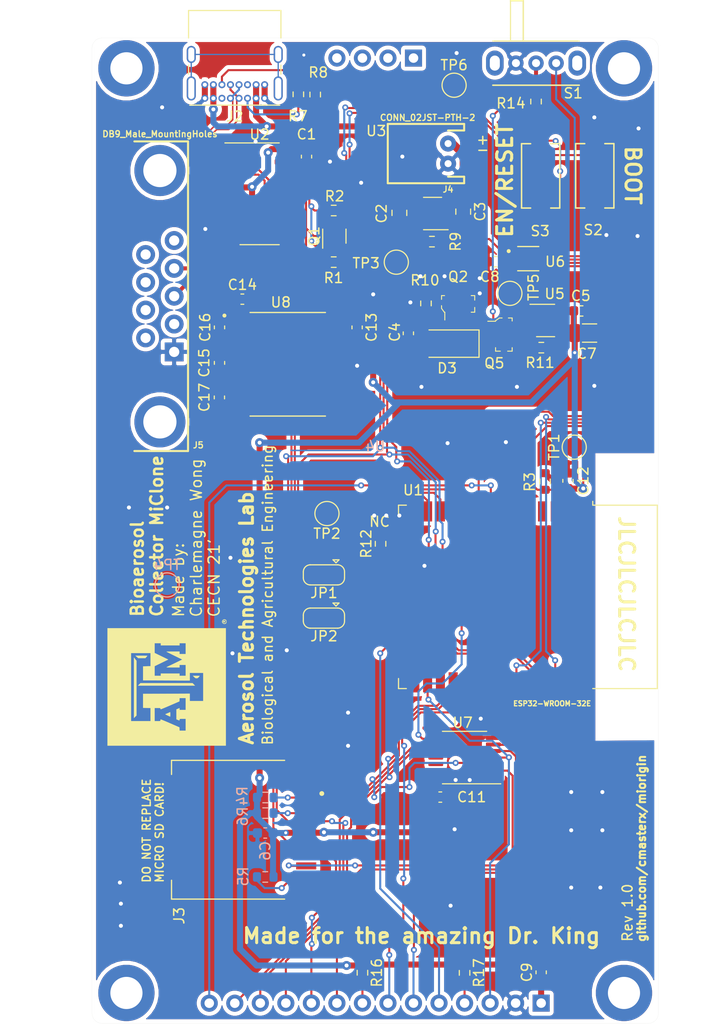
<source format=kicad_pcb>
(kicad_pcb (version 20171130) (host pcbnew 5.1.10-88a1d61d58~88~ubuntu20.04.1)
  (layers (0 F.Cu signal) (31 B.Cu signal) (34 B.Paste user) (35 F.Paste user) (36 B.SilkS user) (37 F.SilkS user) (38 B.Mask user) (39 F.Mask user) (44 Edge.Cuts user))
  (net 0 "")
  (net 1 CH340-RTS)
  (net 2 ESP_0-QPWR)
  (net 3 "Net-(Q1-Pad5)")
  (net 4 "Net-(Q1-Pad2)")
  (net 5 CH340-DTR)
  (net 6 ~RESET)
  (net 7 "Net-(U1-Pad4)")
  (net 8 "Net-(U1-Pad5)")
  (net 9 "Net-(U1-Pad6)")
  (net 10 "Net-(U1-Pad7)")
  (net 11 "Net-(U1-Pad17)")
  (net 12 "Net-(U1-Pad18)")
  (net 13 "Net-(U1-Pad19)")
  (net 14 "Net-(U1-Pad20)")
  (net 15 "Net-(U1-Pad21)")
  (net 16 "Net-(U1-Pad22)")
  (net 17 "Net-(U1-Pad24)")
  (net 18 "Net-(U1-Pad32)")
  (net 19 GND)
  (net 20 +3V3)
  (net 21 VIN)
  (net 22 +BATT)
  (net 23 "Net-(U3-Pad1)")
  (net 24 D+)
  (net 25 D-)
  (net 26 "Net-(J2-PadB8)")
  (net 27 "Net-(J2-PadA5)")
  (net 28 "Net-(J2-PadA8)")
  (net 29 "Net-(J2-PadB5)")
  (net 30 "Net-(J2-PadS1)")
  (net 31 SD_CS)
  (net 32 "Net-(J3-Pad8)")
  (net 33 "Net-(J3-Pad1)")
  (net 34 "Net-(R9-Pad1)")
  (net 35 "Net-(R11-Pad1)")
  (net 36 HSPI_MOSI)
  (net 37 HSPI_MISO)
  (net 38 LCD_CS)
  (net 39 VSPI_SCLK)
  (net 40 VSPI_MISO)
  (net 41 SDA)
  (net 42 CH340-TX)
  (net 43 CH340-RX)
  (net 44 SCL)
  (net 45 VSPI_MOSI)
  (net 46 "Net-(U2-Pad15)")
  (net 47 "Net-(U2-Pad12)")
  (net 48 "Net-(U2-Pad11)")
  (net 49 "Net-(U2-Pad10)")
  (net 50 "Net-(U2-Pad9)")
  (net 51 "Net-(U2-Pad8)")
  (net 52 "Net-(U2-Pad7)")
  (net 53 "Net-(U5-Pad4)")
  (net 54 +VUSB_IN)
  (net 55 "Net-(D3-Pad1)")
  (net 56 EN_SWITCH)
  (net 57 "Net-(R14-Pad1)")
  (net 58 "Net-(U1-Pad29)")
  (net 59 "Net-(U1-Pad14)")
  (net 60 "Net-(J3-Pad7)")
  (net 61 "Net-(J5-Pad9)")
  (net 62 "Net-(J5-Pad8)")
  (net 63 "Net-(J5-Pad7)")
  (net 64 "Net-(J5-Pad6)")
  (net 65 "Net-(J5-Pad4)")
  (net 66 "Net-(J5-Pad3)")
  (net 67 "Net-(J5-Pad2)")
  (net 68 "Net-(J5-Pad1)")
  (net 69 "Net-(JP1-Pad2)")
  (net 70 RS232-TX)
  (net 71 "Net-(JP2-Pad2)")
  (net 72 RS232-RX)
  (net 73 "Net-(C14-Pad2)")
  (net 74 "Net-(C14-Pad1)")
  (net 75 "Net-(C15-Pad2)")
  (net 76 "Net-(C15-Pad1)")
  (net 77 "Net-(C16-Pad1)")
  (net 78 "Net-(C17-Pad1)")
  (net 79 HSPI_SCLK)
  (net 80 "Net-(U4-Pad6)")
  (net 81 "Net-(R16-Pad2)")
  (net 82 "Net-(R17-Pad2)")
  (net 83 TCH_CS)
  (net 84 LCD_DC)
  (net 85 "Net-(U4-Pad2)")
  (net 86 "Net-(U8-Pad10)")
  (net 87 "Net-(U8-Pad9)")
  (net 88 "Net-(U8-Pad8)")
  (net 89 "Net-(U8-Pad7)")
  (net 90 "Net-(J3-Pad9)")
  (net 91 BAT_ALERT)
  (net 92 TCH_INT)
  (module assets:tamu_pos (layer F.Cu) (at 132.05 109.6 90)
    (fp_text reference G*** hide)
    (fp_text value LOGO hide)
  )
  (module MiOrigin:3.5-TFT-LCD-SPI (layer B.Cu) (at 152.75 94.5)
    (fp_text reference U4 (at 0 -8.382) (layer B.SilkS) (effects (justify mirror)))
    (fp_text value 3.5-TFT-LCD-SPI)
    (pad 1 thru_hole circle (at -16.51 47) (size 1.7 1.7) (drill 0.95) (layers *.Cu *.Mask) (net 92 TCH_INT))
    (pad 2 thru_hole circle (at -13.97 47) (size 1.7 1.7) (drill 0.95) (layers *.Cu *.Mask) (net 85 "Net-(U4-Pad2)"))
    (pad 3 thru_hole circle (at -11.43 46.99) (size 1.7 1.7) (drill 0.95) (layers *.Cu *.Mask) (net 36 HSPI_MOSI))
    (pad 4 thru_hole circle (at -8.89 46.99) (size 1.7 1.7) (drill 0.95) (layers *.Cu *.Mask) (net 83 TCH_CS))
    (pad 5 thru_hole circle (at -6.35 46.99) (size 1.7 1.7) (drill 0.95) (layers *.Cu *.Mask) (net 79 HSPI_SCLK))
    (pad 6 thru_hole circle (at -3.81 46.99) (size 1.7 1.7) (drill 0.95) (layers *.Cu *.Mask) (net 80 "Net-(U4-Pad6)"))
    (pad 7 thru_hole circle (at -1.27 46.99) (size 1.7 1.7) (drill 0.95) (layers *.Cu *.Mask) (net 81 "Net-(R16-Pad2)"))
    (pad 8 thru_hole circle (at 1.27 46.99) (size 1.7 1.7) (drill 0.95) (layers *.Cu *.Mask) (net 39 VSPI_SCLK))
    (pad 9 thru_hole circle (at 3.81 46.99) (size 1.7 1.7) (drill 0.95) (layers *.Cu *.Mask) (net 45 VSPI_MOSI))
    (pad 10 thru_hole circle (at 6.35 46.99) (size 1.7 1.7) (drill 0.95) (layers *.Cu *.Mask) (net 84 LCD_DC))
    (pad 11 thru_hole circle (at 8.89 46.99) (size 1.7 1.7) (drill 0.95) (layers *.Cu *.Mask) (net 82 "Net-(R17-Pad2)"))
    (pad 12 thru_hole circle (at 11.43 46.99) (size 1.7 1.7) (drill 0.95) (layers *.Cu *.Mask) (net 38 LCD_CS))
    (pad 13 thru_hole circle (at 13.97 46.99) (size 1.7 1.7) (drill 0.95) (layers *.Cu *.Mask) (net 19 GND))
    (pad 14 thru_hole rect (at 16.51 46.99) (size 1.7 1.7) (drill 0.95) (layers *.Cu *.Mask) (net 20 +3V3))
    (pad 18 thru_hole rect (at 3.81 -47) (size 1.7 1.7) (drill 0.95) (layers *.Cu *.Mask))
    (pad 15 thru_hole circle (at -3.81 -47) (size 1.7 1.7) (drill 0.95) (layers *.Cu *.Mask))
    (pad 16 thru_hole circle (at -1.27 -47) (size 1.7 1.7) (drill 0.95) (layers *.Cu *.Mask))
    (pad 17 thru_hole circle (at 1.27 -47) (size 1.7 1.7) (drill 0.95) (layers *.Cu *.Mask))
  )
  (module TestPoint:TestPoint_Pad_D2.0mm (layer F.Cu) (at 160.6 50.2)
    (fp_text reference TP6 (at 0 -1.998) (layer F.SilkS))
    (fp_text value +VUSB_IN_TP)
    (pad 1 smd circle (at 0 0) (size 2 2) (layers F.Cu F.Mask) (net 54 +VUSB_IN))
  )
  (module Jumper:SolderJumper-3_P1.3mm_Bridged12_RoundedPad1.0x1.5mm (layer F.Cu) (at 147.65 103.2 180)
    (fp_text reference JP2 (at 0 -1.8) (layer F.SilkS))
    (fp_text value JUMPER-SMT_3)
    (fp_poly (pts (xy -0.9 -0.3) (xy -0.4 -0.3) (xy -0.4 0.3) (xy -0.9 0.3)) (layer F.Cu) (width 0))
    (pad 1 smd custom (at -1.3 0 180) (size 1 0.5) (layers F.Cu F.Mask) (net 72 RS232-RX) (options (clearance outline) (anchor rect)) (primitives (gr_circle (center 0 0.25) (end 0.5 0.25) (width 0)) (gr_circle (center 0 -0.25) (end 0.5 -0.25) (width 0)) (gr_poly (pts (xy 0.55 -0.75) (xy 0 -0.75) (xy 0 0.75) (xy 0.55 0.75)) (width 0))))
    (pad 2 smd rect (at 0 0 180) (size 1 1.5) (layers F.Cu F.Mask) (net 71 "Net-(JP2-Pad2)"))
    (pad 3 smd custom (at 1.3 0 180) (size 1 0.5) (layers F.Cu F.Mask) (net 43 CH340-RX) (options (clearance outline) (anchor rect)) (primitives (gr_circle (center 0 0.25) (end 0.5 0.25) (width 0)) (gr_circle (center 0 -0.25) (end 0.5 -0.25) (width 0)) (gr_poly (pts (xy -0.55 -0.75) (xy 0 -0.75) (xy 0 0.75) (xy -0.55 0.75)) (width 0))))
  )
  (module Jumper:SolderJumper-3_P1.3mm_Bridged12_RoundedPad1.0x1.5mm (layer F.Cu) (at 147.65 98.9 180)
    (fp_text reference JP1 (at 0 -1.8) (layer F.SilkS))
    (fp_text value JUMPER-SMT_3)
    (fp_poly (pts (xy -0.9 -0.3) (xy -0.4 -0.3) (xy -0.4 0.3) (xy -0.9 0.3)) (layer F.Cu) (width 0))
    (pad 1 smd custom (at -1.3 0 180) (size 1 0.5) (layers F.Cu F.Mask) (net 70 RS232-TX) (options (clearance outline) (anchor rect)) (primitives (gr_circle (center 0 0.25) (end 0.5 0.25) (width 0)) (gr_circle (center 0 -0.25) (end 0.5 -0.25) (width 0)) (gr_poly (pts (xy 0.55 -0.75) (xy 0 -0.75) (xy 0 0.75) (xy 0.55 0.75)) (width 0))))
    (pad 2 smd rect (at 0 0 180) (size 1 1.5) (layers F.Cu F.Mask) (net 69 "Net-(JP1-Pad2)"))
    (pad 3 smd custom (at 1.3 0 180) (size 1 0.5) (layers F.Cu F.Mask) (net 42 CH340-TX) (options (clearance outline) (anchor rect)) (primitives (gr_circle (center 0 0.25) (end 0.5 0.25) (width 0)) (gr_circle (center 0 -0.25) (end 0.5 -0.25) (width 0)) (gr_poly (pts (xy -0.55 -0.75) (xy 0 -0.75) (xy 0 0.75) (xy -0.55 0.75)) (width 0))))
  )
  (module TestPoint:TestPoint_Pad_D2.0mm (layer F.Cu) (at 166.15 70.9 90)
    (fp_text reference TP5 (at 0.6 2.35 90) (layer F.SilkS))
    (fp_text value "VIN TP")
    (pad 1 smd circle (at 0 0 90) (size 2 2) (layers F.Cu F.Mask) (net 21 VIN))
  )
  (module TestPoint:TestPoint_Pad_D2.0mm (layer B.Cu) (at 132.05 99.9 180)
    (fp_text reference TP4 (at 0 1.998) (layer B.SilkS) (effects (justify mirror)))
    (fp_text value "GND (+BATT) TP")
    (pad 1 smd circle (at 0 0 180) (size 2 2) (layers B.Cu B.Mask) (net 19 GND))
  )
  (module TestPoint:TestPoint_Pad_D2.0mm (layer F.Cu) (at 154.85 67.8)
    (fp_text reference TP3 (at -3 0.1) (layer F.SilkS))
    (fp_text value "+BATT TP")
    (pad 1 smd circle (at 0 0) (size 2 2) (layers F.Cu F.Mask) (net 22 +BATT))
  )
  (module TestPoint:TestPoint_Pad_D2.0mm (layer F.Cu) (at 147.95 92.8 180)
    (fp_text reference TP2 (at 0 -1.998) (layer F.SilkS))
    (fp_text value "MCU GND Test Point")
    (pad 1 smd circle (at 0 0 180) (size 2 2) (layers F.Cu F.Mask) (net 19 GND))
  )
  (module TestPoint:TestPoint_Pad_D2.0mm (layer F.Cu) (at 172.55 86.2 90)
    (fp_text reference TP1 (at 0 -1.998 90) (layer F.SilkS))
    (fp_text value "MCU +3.3V Test Point")
    (pad 1 smd circle (at 0 0 90) (size 2 2) (layers F.Cu F.Mask) (net 20 +3V3))
  )
  (module Package_SO:TSSOP-14_4.4x5mm_P0.65mm (layer F.Cu) (at 161.64 117.07 180)
    (fp_text reference U7 (at 0.19 3.47) (layer F.SilkS))
    (fp_text value "SN74LVC125ADBR_(Units)")
    (pad 14 smd roundrect (at 2.8625 -1.95 180) (size 1.475 0.4) (layers F.Cu F.Paste F.Mask) (net 20 +3V3))
    (pad 13 smd roundrect (at 2.8625 -1.3 180) (size 1.475 0.4) (layers F.Cu F.Paste F.Mask))
    (pad 12 smd roundrect (at 2.8625 -0.65 180) (size 1.475 0.4) (layers F.Cu F.Paste F.Mask))
    (pad 11 smd roundrect (at 2.8625 0 180) (size 1.475 0.4) (layers F.Cu F.Paste F.Mask))
    (pad 10 smd roundrect (at 2.8625 0.65 180) (size 1.475 0.4) (layers F.Cu F.Paste F.Mask) (net 83 TCH_CS))
    (pad 9 smd roundrect (at 2.8625 1.3 180) (size 1.475 0.4) (layers F.Cu F.Paste F.Mask) (net 85 "Net-(U4-Pad2)"))
    (pad 8 smd roundrect (at 2.8625 1.95 180) (size 1.475 0.4) (layers F.Cu F.Paste F.Mask) (net 37 HSPI_MISO))
    (pad 7 smd roundrect (at -2.8625 1.95 180) (size 1.475 0.4) (layers F.Cu F.Paste F.Mask) (net 19 GND))
    (pad 6 smd roundrect (at -2.8625 1.3 180) (size 1.475 0.4) (layers F.Cu F.Paste F.Mask) (net 40 VSPI_MISO))
    (pad 5 smd roundrect (at -2.8625 0.65 180) (size 1.475 0.4) (layers F.Cu F.Paste F.Mask) (net 80 "Net-(U4-Pad6)"))
    (pad 4 smd roundrect (at -2.8625 0 180) (size 1.475 0.4) (layers F.Cu F.Paste F.Mask) (net 38 LCD_CS))
    (pad 3 smd roundrect (at -2.8625 -0.65 180) (size 1.475 0.4) (layers F.Cu F.Paste F.Mask) (net 37 HSPI_MISO))
    (pad 2 smd roundrect (at -2.8625 -1.3 180) (size 1.475 0.4) (layers F.Cu F.Paste F.Mask) (net 60 "Net-(J3-Pad7)"))
    (pad 1 smd roundrect (at -2.8625 -1.95 180) (size 1.475 0.4) (layers F.Cu F.Paste F.Mask) (net 31 SD_CS))
  )
  (module MAX17048G_T10:SON50P200X200X80-9N (layer F.Cu) (at 167.975 67.45)
    (fp_text reference U6 (at 2.675 0.3) (layer F.SilkS))
    (fp_text value MAX1704X)
    (pad EP smd rect (at 0 0) (size 0.9 1.3) (layers F.Cu F.Mask) (net 19 GND))
    (pad 8 smd rect (at 0.985 -0.75) (size 0.76 0.27) (layers F.Cu F.Paste F.Mask) (net 41 SDA))
    (pad 7 smd rect (at 0.985 -0.25) (size 0.76 0.27) (layers F.Cu F.Paste F.Mask) (net 44 SCL))
    (pad 6 smd rect (at 0.985 0.25) (size 0.76 0.27) (layers F.Cu F.Paste F.Mask) (net 19 GND))
    (pad 5 smd rect (at 0.985 0.75) (size 0.76 0.27) (layers F.Cu F.Paste F.Mask) (net 91 BAT_ALERT))
    (pad 4 smd rect (at -0.985 0.75) (size 0.76 0.27) (layers F.Cu F.Paste F.Mask) (net 19 GND))
    (pad 3 smd rect (at -0.985 0.25) (size 0.76 0.27) (layers F.Cu F.Paste F.Mask) (net 22 +BATT))
    (pad 2 smd rect (at -0.985 -0.25) (size 0.76 0.27) (layers F.Cu F.Paste F.Mask) (net 22 +BATT))
    (pad 1 smd rect (at -0.985 -0.75) (size 0.76 0.27) (layers F.Cu F.Paste F.Mask) (net 19 GND))
  )
  (module PTS636SK50SMTRLFS:PTS636SK50SMTRLFS (layer F.Cu) (at 169.2108 59.2166 90)
    (fp_text reference S3 (at -5.4864 -0.0508 180) (layer F.SilkS))
    (fp_text value PTS636-SMG25J-SMTR-LFS)
    (pad 2 smd rect (at 3.5 0 90) (size 1.4 1.2) (layers F.Cu F.Paste F.Mask) (net 6 ~RESET))
    (pad 1 smd rect (at -3.5 0 90) (size 1.4 1.2) (layers F.Cu F.Paste F.Mask) (net 19 GND))
  )
  (module PTS636SK50SMTRLFS:PTS636SK50SMTRLFS (layer F.Cu) (at 174.5956 59.2114 90)
    (fp_text reference S2 (at -5.39 -0.1524 180) (layer F.SilkS))
    (fp_text value PTS636-SMG25J-SMTR-LFS)
    (pad 2 smd rect (at 3.5 0 90) (size 1.4 1.2) (layers F.Cu F.Paste F.Mask) (net 2 ESP_0-QPWR))
    (pad 1 smd rect (at -3.5 0 90) (size 1.4 1.2) (layers F.Cu F.Paste F.Mask) (net 19 GND))
  )
  (module Resistor_SMD:R_0603_1608Metric (layer B.Cu) (at 141.8106 122.5922 180)
    (fp_text reference R6 (at 2.2484 -0.3302 90) (layer B.SilkS) (effects (justify mirror)))
    (fp_text value 10k)
    (pad 2 smd roundrect (at 0.825 0 180) (size 0.8 0.95) (layers B.Cu B.Paste B.Mask) (net 20 +3V3))
    (pad 1 smd roundrect (at -0.825 0 180) (size 0.8 0.95) (layers B.Cu B.Paste B.Mask) (net 31 SD_CS))
  )
  (module Resistor_SMD:R_0603_1608Metric (layer B.Cu) (at 141.8106 121.0428 180)
    (fp_text reference R4 (at 2.2738 0.1524 270) (layer B.SilkS) (effects (justify mirror)))
    (fp_text value 10k)
    (pad 2 smd roundrect (at 0.825 0 180) (size 0.8 0.95) (layers B.Cu B.Paste B.Mask) (net 20 +3V3))
    (pad 1 smd roundrect (at -0.825 0 180) (size 0.8 0.95) (layers B.Cu B.Paste B.Mask) (net 33 "Net-(J3-Pad1)"))
  )
  (module DM3CS-SF:HRS_DM3CS-SF (layer F.Cu) (at 139.5368 124.4464 90)
    (fp_text reference J3 (at -8.3536 -6.2868 90) (layer F.SilkS) (effects (font (size 1.003992 1.003992))))
    (fp_text value Micro_SD_Card)
    (pad S5 smd rect (at 4.85 -6.45 90) (size 1.2 1.2) (layers F.Cu F.Paste F.Mask))
    (pad S3 smd rect (at -3.1 -6.35 90) (size 2.7 1.4) (layers F.Cu F.Paste F.Mask))
    (pad 9 smd rect (at 1.8 -6.35 90) (size 2.7 1.4) (layers F.Cu F.Paste F.Mask) (net 90 "Net-(J3-Pad9)"))
    (pad S2 smd rect (at 6.75 5.85 90) (size 1.5 2.6) (layers F.Cu F.Paste F.Mask))
    (pad S1 smd rect (at -6.6 5.85 90) (size 1 2.6) (layers F.Cu F.Paste F.Mask))
    (pad 1 smd rect (at 3.2 6.35 90) (size 0.7 2) (layers F.Cu F.Paste F.Mask) (net 33 "Net-(J3-Pad1)"))
    (pad 2 smd rect (at 2.1 6.35 90) (size 0.7 2) (layers F.Cu F.Paste F.Mask) (net 31 SD_CS))
    (pad 3 smd rect (at 1 6.35 90) (size 0.7 2) (layers F.Cu F.Paste F.Mask) (net 36 HSPI_MOSI))
    (pad 4 smd rect (at -0.1 6.35 90) (size 0.7 2) (layers F.Cu F.Paste F.Mask) (net 20 +3V3))
    (pad 5 smd rect (at -1.2 6.35 90) (size 0.7 2) (layers F.Cu F.Paste F.Mask) (net 79 HSPI_SCLK))
    (pad 6 smd rect (at -2.3 6.35 90) (size 0.7 2) (layers F.Cu F.Paste F.Mask) (net 19 GND))
    (pad 7 smd rect (at -3.4 6.35 90) (size 0.7 2) (layers F.Cu F.Paste F.Mask) (net 60 "Net-(J3-Pad7)"))
    (pad 8 smd rect (at -4.5 6.35 90) (size 0.7 2) (layers F.Cu F.Paste F.Mask) (net 32 "Net-(J3-Pad8)"))
  )
  (module Capacitor_SMD:C_0603_1608Metric (layer F.Cu) (at 159.225 121)
    (fp_text reference C11 (at 3.125 0) (layer F.SilkS))
    (fp_text value 0.1uF)
    (pad 2 smd roundrect (at 0.775 0) (size 0.9 0.95) (layers F.Cu F.Paste F.Mask) (net 19 GND))
    (pad 1 smd roundrect (at -0.775 0) (size 0.9 0.95) (layers F.Cu F.Paste F.Mask) (net 20 +3V3))
  )
  (module Capacitor_SMD:C_0603_1608Metric (layer F.Cu) (at 164.725 67.75)
    (fp_text reference C8 (at -0.575 1.5) (layer F.SilkS))
    (fp_text value 0.1uF)
    (pad 2 smd roundrect (at 0.775 0) (size 0.9 0.95) (layers F.Cu F.Paste F.Mask) (net 22 +BATT))
    (pad 1 smd roundrect (at -0.775 0) (size 0.9 0.95) (layers F.Cu F.Paste F.Mask) (net 19 GND))
  )
  (module Capacitor_SMD:C_0603_1608Metric (layer B.Cu) (at 141.8104 124.5734 180)
    (fp_text reference C6 (at 0 -1.778 90) (layer B.SilkS) (effects (justify mirror)))
    (fp_text value 0.1uF)
    (pad 2 smd roundrect (at 0.775 0 180) (size 0.9 0.95) (layers B.Cu B.Paste B.Mask) (net 19 GND))
    (pad 1 smd roundrect (at -0.775 0 180) (size 0.9 0.95) (layers B.Cu B.Paste B.Mask) (net 20 +3V3))
  )
  (module Capacitor_SMD:C_0603_1608Metric (layer F.Cu) (at 156.05 74.875 90)
    (fp_text reference C4 (at 0.125 -1.35 90) (layer F.SilkS))
    (fp_text value 1uF)
    (pad 2 smd roundrect (at 0.775 0 90) (size 0.9 0.95) (layers F.Cu F.Paste F.Mask) (net 19 GND))
    (pad 1 smd roundrect (at -0.775 0 90) (size 0.9 0.95) (layers F.Cu F.Paste F.Mask) (net 54 +VUSB_IN))
  )
  (module Capacitor_SMD:C_0805_2012Metric (layer F.Cu) (at 155.156 62.896 270)
    (fp_text reference C2 (at 0.066 1.778 270) (layer F.SilkS))
    (fp_text value 4.7uF)
    (pad 2 smd roundrect (at 0.95 0 270) (size 1 1.45) (layers F.Cu F.Paste F.Mask) (net 19 GND))
    (pad 1 smd roundrect (at -0.95 0 270) (size 1 1.45) (layers F.Cu F.Paste F.Mask) (net 54 +VUSB_IN))
  )
  (module MAX3232:SOIC127P1030X265-16N (layer F.Cu) (at 144.05 77.955)
    (fp_text reference U8 (at -0.694 -6.162) (layer F.SilkS))
    (fp_text value MAX3232)
    (pad 16 smd rect (at 4.64 -4.445) (size 2.06 0.6) (layers F.Cu F.Paste F.Mask) (net 20 +3V3))
    (pad 15 smd rect (at 4.64 -3.175) (size 2.06 0.6) (layers F.Cu F.Paste F.Mask) (net 19 GND))
    (pad 14 smd rect (at 4.64 -1.905) (size 2.06 0.6) (layers F.Cu F.Paste F.Mask) (net 67 "Net-(J5-Pad2)"))
    (pad 13 smd rect (at 4.64 -0.635) (size 2.06 0.6) (layers F.Cu F.Paste F.Mask) (net 66 "Net-(J5-Pad3)"))
    (pad 12 smd rect (at 4.64 0.635) (size 2.06 0.6) (layers F.Cu F.Paste F.Mask) (net 71 "Net-(JP2-Pad2)"))
    (pad 11 smd rect (at 4.64 1.905) (size 2.06 0.6) (layers F.Cu F.Paste F.Mask) (net 69 "Net-(JP1-Pad2)"))
    (pad 10 smd rect (at 4.64 3.175) (size 2.06 0.6) (layers F.Cu F.Paste F.Mask) (net 86 "Net-(U8-Pad10)"))
    (pad 9 smd rect (at 4.64 4.445) (size 2.06 0.6) (layers F.Cu F.Paste F.Mask) (net 87 "Net-(U8-Pad9)"))
    (pad 8 smd rect (at -4.64 4.445) (size 2.06 0.6) (layers F.Cu F.Paste F.Mask) (net 88 "Net-(U8-Pad8)"))
    (pad 7 smd rect (at -4.64 3.175) (size 2.06 0.6) (layers F.Cu F.Paste F.Mask) (net 89 "Net-(U8-Pad7)"))
    (pad 6 smd rect (at -4.64 1.905) (size 2.06 0.6) (layers F.Cu F.Paste F.Mask) (net 78 "Net-(C17-Pad1)"))
    (pad 5 smd rect (at -4.64 0.635) (size 2.06 0.6) (layers F.Cu F.Paste F.Mask) (net 75 "Net-(C15-Pad2)"))
    (pad 4 smd rect (at -4.64 -0.635) (size 2.06 0.6) (layers F.Cu F.Paste F.Mask) (net 76 "Net-(C15-Pad1)"))
    (pad 3 smd rect (at -4.64 -1.905) (size 2.06 0.6) (layers F.Cu F.Paste F.Mask) (net 73 "Net-(C14-Pad2)"))
    (pad 2 smd rect (at -4.64 -3.175) (size 2.06 0.6) (layers F.Cu F.Paste F.Mask) (net 77 "Net-(C16-Pad1)"))
    (pad 1 smd rect (at -4.64 -4.445) (size 2.06 0.6) (layers F.Cu F.Paste F.Mask) (net 74 "Net-(C14-Pad1)"))
  )
  (module Capacitor_SMD:C_1206_3216Metric (layer F.Cu) (at 174.075 74.85)
    (fp_text reference C7 (at -0.275 2.05) (layer F.SilkS))
    (fp_text value 10uF)
    (pad 2 smd roundrect (at 1.475 0) (size 1.15 1.8) (layers F.Cu F.Paste F.Mask) (roundrect_rratio 0.2173904347826087) (net 19 GND))
    (pad 1 smd roundrect (at -1.475 0) (size 1.15 1.8) (layers F.Cu F.Paste F.Mask) (roundrect_rratio 0.2173904347826087) (net 20 +3V3))
  )
  (module Capacitor_SMD:C_0805_2012Metric (layer F.Cu) (at 161.506 62.774 270)
    (fp_text reference C3 (at 0 -1.68 90) (layer F.SilkS))
    (fp_text value 4.7uF)
    (pad 2 smd roundrect (at 0.95 0 270) (size 1 1.45) (layers F.Cu F.Paste F.Mask) (net 19 GND))
    (pad 1 smd roundrect (at -0.95 0 270) (size 1 1.45) (layers F.Cu F.Paste F.Mask) (net 22 +BATT))
  )
  (module MountingHole:MountingHole_3.2mm_M3_DIN965_Pad_TopBottom (layer F.Cu) (at 177.5 140.48)
    (fp_text reference H4 hide)
    (fp_text value MountingHole)
    (pad 1 thru_hole circle (at 0 0) (size 3.6 3.6) (drill 3.2) (layers *.Cu *.Mask))
    (pad 1 connect circle (at 0 0) (size 5.6 5.6) (layers F.Cu F.Mask))
    (pad 1 connect circle (at 0 0) (size 5.6 5.6) (layers B.Cu B.Mask))
  )
  (module MountingHole:MountingHole_3.2mm_M3_DIN965_Pad_TopBottom (layer F.Cu) (at 177.5 48.52)
    (fp_text reference H3 hide)
    (fp_text value MountingHole)
    (pad 1 connect circle (at 0 0) (size 5.6 5.6) (layers B.Cu B.Mask))
    (pad 1 connect circle (at 0 0) (size 5.6 5.6) (layers F.Cu F.Mask))
    (pad 1 thru_hole circle (at 0 0) (size 3.6 3.6) (drill 3.2) (layers *.Cu *.Mask))
  )
  (module MountingHole:MountingHole_3.2mm_M3_DIN965_Pad_TopBottom (layer F.Cu) (at 128 140.48)
    (fp_text reference H2 hide)
    (fp_text value MountingHole)
    (pad 1 thru_hole circle (at 0 0) (size 3.6 3.6) (drill 3.2) (layers *.Cu *.Mask))
    (pad 1 connect circle (at 0 0) (size 5.6 5.6) (layers F.Cu F.Mask))
    (pad 1 connect circle (at 0 0) (size 5.6 5.6) (layers B.Cu B.Mask))
  )
  (module MountingHole:MountingHole_3.2mm_M3_DIN965_Pad_TopBottom (layer F.Cu) (at 128 48.52)
    (fp_text reference H1 hide)
    (fp_text value MountingHole)
    (pad 1 thru_hole circle (at 0 0) (size 3.6 3.6) (drill 3.2) (layers *.Cu *.Mask))
    (pad 1 connect circle (at 0 0) (size 5.6 5.6) (layers F.Cu F.Mask))
    (pad 1 connect circle (at 0 0) (size 5.6 5.6) (layers B.Cu B.Mask))
  )
  (module Resistor_SMD:R_0603_1608Metric (layer F.Cu) (at 161.64 138.4806 270)
    (fp_text reference R17 (at 0 -1.43 90) (layer F.SilkS))
    (fp_text value 10k)
    (pad 2 smd roundrect (at 0.825 0 270) (size 0.8 0.95) (layers F.Cu F.Paste F.Mask) (net 82 "Net-(R17-Pad2)"))
    (pad 1 smd roundrect (at -0.825 0 270) (size 0.8 0.95) (layers F.Cu F.Paste F.Mask) (net 20 +3V3))
  )
  (module Resistor_SMD:R_0603_1608Metric (layer F.Cu) (at 151.48 138.4674 270)
    (fp_text reference R16 (at 0 -1.43 90) (layer F.SilkS))
    (fp_text value 0)
    (pad 2 smd roundrect (at 0.825 0 270) (size 0.8 0.95) (layers F.Cu F.Paste F.Mask) (net 81 "Net-(R16-Pad2)"))
    (pad 1 smd roundrect (at -0.825 0 270) (size 0.8 0.95) (layers F.Cu F.Paste F.Mask) (net 20 +3V3))
  )
  (module Package_TO_SOT_SMD:SOT-363_SC-70-6 (layer F.Cu) (at 148.6848 65.2126 90)
    (fp_text reference Q1 (at 0 -2 90) (layer F.SilkS))
    (fp_text value PMBT3904YS)
    (pad 6 smd rect (at 0.95 -0.65 90) (size 0.65 0.4) (layers F.Cu F.Paste F.Mask) (net 6 ~RESET))
    (pad 4 smd rect (at 0.95 0.65 90) (size 0.65 0.4) (layers F.Cu F.Paste F.Mask) (net 5 CH340-DTR))
    (pad 2 smd rect (at -0.95 0 90) (size 0.65 0.4) (layers F.Cu F.Paste F.Mask) (net 4 "Net-(Q1-Pad2)"))
    (pad 5 smd rect (at 0.95 0 90) (size 0.65 0.4) (layers F.Cu F.Paste F.Mask) (net 3 "Net-(Q1-Pad5)"))
    (pad 3 smd rect (at -0.95 0.65 90) (size 0.65 0.4) (layers F.Cu F.Paste F.Mask) (net 2 ESP_0-QPWR))
    (pad 1 smd rect (at -0.95 -0.65 90) (size 0.65 0.4) (layers F.Cu F.Paste F.Mask) (net 1 CH340-RTS))
  )
  (module Capacitor_SMD:C_0603_1608Metric (layer F.Cu) (at 169.26 138.429 90)
    (fp_text reference C9 (at 0 -1.43 90) (layer F.SilkS))
    (fp_text value 0.1uF)
    (pad 2 smd roundrect (at 0.775 0 90) (size 0.9 0.95) (layers F.Cu F.Paste F.Mask) (net 19 GND))
    (pad 1 smd roundrect (at -0.775 0 90) (size 0.9 0.95) (layers F.Cu F.Paste F.Mask) (net 20 +3V3))
  )
  (module Resistor_SMD:R_0603_1608Metric (layer F.Cu) (at 145.1046 51.1036 270)
    (fp_text reference R7 (at 2.1712 0.0508 180) (layer F.SilkS))
    (fp_text value 5.1k)
    (pad 1 smd roundrect (at -0.825 0 270) (size 0.8 0.95) (layers F.Cu F.Paste F.Mask) (net 19 GND))
    (pad 2 smd roundrect (at 0.825 0 270) (size 0.8 0.95) (layers F.Cu F.Paste F.Mask) (net 27 "Net-(J2-PadA5)"))
  )
  (module Resistor_SMD:R_0603_1608Metric (layer F.Cu) (at 168.75 51.825 270)
    (fp_text reference R14 (at 0.175 2.5 180) (layer F.SilkS))
    (fp_text value 100k)
    (pad 2 smd roundrect (at 0.825 0 270) (size 0.8 0.95) (layers F.Cu F.Paste F.Mask) (net 56 EN_SWITCH))
    (pad 1 smd roundrect (at -0.825 0 270) (size 0.8 0.95) (layers F.Cu F.Paste F.Mask) (net 57 "Net-(R14-Pad1)"))
  )
  (module Capacitor_SMD:C_0603_1608Metric (layer F.Cu) (at 137.25 81.25 270)
    (fp_text reference C17 (at 0 1.5 90) (layer F.SilkS))
    (fp_text value 0.1uF)
    (pad 2 smd roundrect (at 0.775 0 270) (size 0.9 0.95) (layers F.Cu F.Paste F.Mask) (net 19 GND))
    (pad 1 smd roundrect (at -0.775 0 270) (size 0.9 0.95) (layers F.Cu F.Paste F.Mask) (net 78 "Net-(C17-Pad1)"))
  )
  (module Capacitor_SMD:C_0603_1608Metric (layer F.Cu) (at 137.26 74.285 90)
    (fp_text reference C16 (at 0 -1.43 90) (layer F.SilkS))
    (fp_text value 0.1uF)
    (pad 2 smd roundrect (at 0.775 0 90) (size 0.9 0.95) (layers F.Cu F.Paste F.Mask) (net 19 GND))
    (pad 1 smd roundrect (at -0.775 0 90) (size 0.9 0.95) (layers F.Cu F.Paste F.Mask) (net 77 "Net-(C16-Pad1)"))
  )
  (module Capacitor_SMD:C_0603_1608Metric (layer F.Cu) (at 137.26 77.815 270)
    (fp_text reference C15 (at 0 1.524 90) (layer F.SilkS))
    (fp_text value 0.1uF)
    (pad 2 smd roundrect (at 0.775 0 270) (size 0.9 0.95) (layers F.Cu F.Paste F.Mask) (net 75 "Net-(C15-Pad2)"))
    (pad 1 smd roundrect (at -0.775 0 270) (size 0.9 0.95) (layers F.Cu F.Paste F.Mask) (net 76 "Net-(C15-Pad1)"))
  )
  (module Capacitor_SMD:C_0603_1608Metric (layer F.Cu) (at 139.533 71.478)
    (fp_text reference C14 (at 0 -1.43) (layer F.SilkS))
    (fp_text value 0.1uF)
    (pad 2 smd roundrect (at 0.775 0) (size 0.9 0.95) (layers F.Cu F.Paste F.Mask) (net 73 "Net-(C14-Pad2)"))
    (pad 1 smd roundrect (at -0.775 0) (size 0.9 0.95) (layers F.Cu F.Paste F.Mask) (net 74 "Net-(C14-Pad1)"))
  )
  (module Capacitor_SMD:C_0603_1608Metric (layer F.Cu) (at 150.95 74.285 270)
    (fp_text reference C13 (at 0 -1.43 90) (layer F.SilkS))
    (fp_text value 0.1uF)
    (pad 2 smd roundrect (at 0.775 0 270) (size 0.9 0.95) (layers F.Cu F.Paste F.Mask) (net 19 GND))
    (pad 1 smd roundrect (at -0.775 0 270) (size 0.9 0.95) (layers F.Cu F.Paste F.Mask) (net 20 +3V3))
  )
  (module Capacitor_SMD:C_0603_1608Metric (layer F.Cu) (at 171.927 89.547 90)
    (fp_text reference C12 (at 0 1.524 270) (layer F.SilkS))
    (fp_text value 0.1uF)
    (pad 2 smd roundrect (at 0.775 0 90) (size 0.9 0.95) (layers F.Cu F.Paste F.Mask) (net 19 GND))
    (pad 1 smd roundrect (at -0.775 0 90) (size 0.9 0.95) (layers F.Cu F.Paste F.Mask) (net 20 +3V3))
  )
  (module Package_TO_SOT_SMD:SOT-23-5 (layer F.Cu) (at 158.458 62.962 180)
    (fp_text reference U3 (at 5.608 8.212) (layer F.SilkS))
    (fp_text value MCP73811T-420I-OT)
    (pad 5 smd rect (at 1.1 -0.95 180) (size 1.06 0.65) (layers F.Cu F.Paste F.Mask) (net 34 "Net-(R9-Pad1)"))
    (pad 4 smd rect (at 1.1 0.95 180) (size 1.06 0.65) (layers F.Cu F.Paste F.Mask) (net 54 +VUSB_IN))
    (pad 3 smd rect (at -1.1 0.95 180) (size 1.06 0.65) (layers F.Cu F.Paste F.Mask) (net 22 +BATT))
    (pad 2 smd rect (at -1.1 0 180) (size 1.06 0.65) (layers F.Cu F.Paste F.Mask) (net 19 GND))
    (pad 1 smd rect (at -1.1 -0.95 180) (size 1.06 0.65) (layers F.Cu F.Paste F.Mask) (net 23 "Net-(U3-Pad1)"))
  )
  (module Resistor_SMD:R_0603_1608Metric (layer F.Cu) (at 153.2834 95.8086 90)
    (fp_text reference R12 (at 0 -1.43 90) (layer F.SilkS))
    (fp_text value NC)
    (pad 2 smd roundrect (at 0.825 0 90) (size 0.8 0.95) (layers F.Cu F.Paste F.Mask) (net 19 GND))
    (pad 1 smd roundrect (at -0.825 0 90) (size 0.8 0.95) (layers F.Cu F.Paste F.Mask) (net 36 HSPI_MOSI))
  )
  (module Resistor_SMD:R_0603_1608Metric (layer F.Cu) (at 158.395 65.756)
    (fp_text reference R9 (at 2.349 0 90) (layer F.SilkS))
    (fp_text value 2k)
    (pad 2 smd roundrect (at 0.825 0) (size 0.8 0.95) (layers F.Cu F.Paste F.Mask) (net 19 GND))
    (pad 1 smd roundrect (at -0.825 0) (size 0.8 0.95) (layers F.Cu F.Paste F.Mask) (net 34 "Net-(R9-Pad1)"))
  )
  (module Resistor_SMD:R_0603_1608Metric (layer B.Cu) (at 141.8106 128.9422)
    (fp_text reference R5 (at -2.1976 -0.0508 90) (layer B.SilkS) (effects (justify mirror)))
    (fp_text value 10k)
    (pad 2 smd roundrect (at 0.825 0) (size 0.8 0.95) (layers B.Cu B.Paste B.Mask) (net 20 +3V3))
    (pad 1 smd roundrect (at -0.825 0) (size 0.8 0.95) (layers B.Cu B.Paste B.Mask) (net 32 "Net-(J3-Pad8)"))
  )
  (module Resistor_SMD:R_0603_1608Metric (layer F.Cu) (at 169.641 89.61 270)
    (fp_text reference R3 (at 0.0508 1.524 90) (layer F.SilkS))
    (fp_text value 10k)
    (pad 2 smd roundrect (at 0.825 0 270) (size 0.8 0.95) (layers F.Cu F.Paste F.Mask) (net 6 ~RESET))
    (pad 1 smd roundrect (at -0.825 0 270) (size 0.8 0.95) (layers F.Cu F.Paste F.Mask) (net 20 +3V3))
  )
  (module Connectors:JST-2-PTH (layer F.Cu) (at 160 57 90)
    (fp_text reference J4 (at -3.556 0) (layer F.SilkS) (effects (font (size 0.6096 0.6096) (thickness 0.127))))
    (fp_text value CONN_02JST-PTH-2 (at 3.57378 -2.032) (layer F.SilkS) (effects (font (size 0.6096 0.6096) (thickness 0.127))))
    (pad 2 thru_hole circle (at 0.99822 0 90) (size 1.59766 1.59766) (drill 0.6985) (layers *.Cu *.Mask) (net 22 +BATT))
    (pad 1 thru_hole circle (at -0.99822 0 90) (size 1.59766 1.59766) (drill 0.6985) (layers *.Cu *.Mask) (net 19 GND))
  )
  (module MiOrigin:DB9_MALE (layer F.Cu) (at 131.33014 71.18534 90)
    (fp_text reference J5 (at -14.81466 3.81986) (layer F.SilkS) (effects (font (size 0.6096 0.6096) (thickness 0.127))))
    (fp_text value DB9_Male_MountingHoles (at 16.129 0) (layer F.SilkS) (effects (font (size 0.6096 0.6096) (thickness 0.127))))
    (pad G2 thru_hole circle (at 12.49934 0 90) (size 5.08 5.08) (drill 3.302) (layers *.Cu *.Mask))
    (pad G1 thru_hole circle (at -12.49934 0 90) (size 5.08 5.08) (drill 3.302) (layers *.Cu *.Mask))
    (pad 9 thru_hole circle (at -4.14782 -1.41986 90) (size 1.8796 1.8796) (drill 1.016) (layers *.Cu *.Mask) (net 61 "Net-(J5-Pad9)"))
    (pad 8 thru_hole circle (at -1.37922 -1.41986 90) (size 1.8796 1.8796) (drill 1.016) (layers *.Cu *.Mask) (net 62 "Net-(J5-Pad8)"))
    (pad 7 thru_hole circle (at 1.37922 -1.41986 90) (size 1.8796 1.8796) (drill 1.016) (layers *.Cu *.Mask) (net 63 "Net-(J5-Pad7)"))
    (pad 6 thru_hole circle (at 4.14782 -1.41986 90) (size 1.8796 1.8796) (drill 1.016) (layers *.Cu *.Mask) (net 64 "Net-(J5-Pad6)"))
    (pad 5 thru_hole rect (at -5.53974 1.41986 90) (size 1.8796 1.8796) (drill 1.016) (layers *.Cu *.Mask) (net 19 GND))
    (pad 4 thru_hole circle (at -2.7686 1.41986 90) (size 1.8796 1.8796) (drill 1.016) (layers *.Cu *.Mask) (net 65 "Net-(J5-Pad4)"))
    (pad 3 thru_hole circle (at 0 1.41986 90) (size 1.8796 1.8796) (drill 1.016) (layers *.Cu *.Mask) (net 66 "Net-(J5-Pad3)"))
    (pad 2 thru_hole circle (at 2.7686 1.41986 90) (size 1.8796 1.8796) (drill 1.016) (layers *.Cu *.Mask) (net 67 "Net-(J5-Pad2)"))
    (pad 1 thru_hole circle (at 5.53974 1.41986 90) (size 1.8796 1.8796) (drill 1.016) (layers *.Cu *.Mask) (net 68 "Net-(J5-Pad1)"))
  )
  (module Connector_USB:USB_C_Receptacle_GCT_USB4085 (layer F.Cu) (at 141.75 51.5 180)
    (fp_text reference J2 (at 2.975 -1.8) (layer F.SilkS))
    (fp_text value USB_C_Receptacle)
    (pad S1 thru_hole oval (at 7.3 4.36 180) (size 0.9 1.7) (drill oval 0.6 1.4) (layers *.Cu *.Mask) (net 30 "Net-(J2-PadS1)"))
    (pad S1 thru_hole oval (at -1.35 4.36 180) (size 0.9 1.7) (drill oval 0.6 1.4) (layers *.Cu *.Mask) (net 30 "Net-(J2-PadS1)"))
    (pad S1 thru_hole oval (at 7.3 0.98 180) (size 0.9 2.4) (drill oval 0.6 2.1) (layers *.Cu *.Mask) (net 30 "Net-(J2-PadS1)"))
    (pad S1 thru_hole oval (at -1.35 0.98 180) (size 0.9 2.4) (drill oval 0.6 2.1) (layers *.Cu *.Mask) (net 30 "Net-(J2-PadS1)"))
    (pad B6 thru_hole circle (at 3.4 1.35 180) (size 0.7 0.7) (drill 0.4) (layers *.Cu *.Mask) (net 24 D+))
    (pad B1 thru_hole circle (at 5.95 1.35 180) (size 0.7 0.7) (drill 0.4) (layers *.Cu *.Mask) (net 19 GND))
    (pad B4 thru_hole circle (at 5.1 1.35 180) (size 0.7 0.7) (drill 0.4) (layers *.Cu *.Mask) (net 54 +VUSB_IN))
    (pad B5 thru_hole circle (at 4.25 1.35 180) (size 0.7 0.7) (drill 0.4) (layers *.Cu *.Mask) (net 29 "Net-(J2-PadB5)"))
    (pad B12 thru_hole circle (at 0 1.35 180) (size 0.7 0.7) (drill 0.4) (layers *.Cu *.Mask) (net 19 GND))
    (pad B8 thru_hole circle (at 1.7 1.35 180) (size 0.7 0.7) (drill 0.4) (layers *.Cu *.Mask) (net 26 "Net-(J2-PadB8)"))
    (pad B7 thru_hole circle (at 2.55 1.35 180) (size 0.7 0.7) (drill 0.4) (layers *.Cu *.Mask) (net 25 D-))
    (pad B9 thru_hole circle (at 0.85 1.35 180) (size 0.7 0.7) (drill 0.4) (layers *.Cu *.Mask) (net 54 +VUSB_IN))
    (pad A12 thru_hole circle (at 5.95 0 180) (size 0.7 0.7) (drill 0.4) (layers *.Cu *.Mask) (net 19 GND))
    (pad A9 thru_hole circle (at 5.1 0 180) (size 0.7 0.7) (drill 0.4) (layers *.Cu *.Mask) (net 54 +VUSB_IN))
    (pad A8 thru_hole circle (at 4.25 0 180) (size 0.7 0.7) (drill 0.4) (layers *.Cu *.Mask) (net 28 "Net-(J2-PadA8)"))
    (pad A7 thru_hole circle (at 3.4 0 180) (size 0.7 0.7) (drill 0.4) (layers *.Cu *.Mask) (net 25 D-))
    (pad A6 thru_hole circle (at 2.55 0 180) (size 0.7 0.7) (drill 0.4) (layers *.Cu *.Mask) (net 24 D+))
    (pad A5 thru_hole circle (at 1.7 0 180) (size 0.7 0.7) (drill 0.4) (layers *.Cu *.Mask) (net 27 "Net-(J2-PadA5)"))
    (pad A4 thru_hole circle (at 0.85 0 180) (size 0.7 0.7) (drill 0.4) (layers *.Cu *.Mask) (net 54 +VUSB_IN))
    (pad A1 thru_hole circle (at 0 0 180) (size 0.7 0.7) (drill 0.4) (layers *.Cu *.Mask) (net 19 GND))
  )
  (module MiOrigin:OS102011MA1QN1 (layer F.Cu) (at 168.75 48 180)
    (fp_text reference S1 (at -3.7 -3) (layer F.SilkS))
    (fp_text value OS102011MA1QN1)
    (pad "" thru_hole oval (at -4.1 0 180) (size 1.75 2.5) (drill oval 1 1.5) (layers *.Cu *.Mask))
    (pad "" thru_hole oval (at 4.1 0 180) (size 1.75 2.5) (drill oval 1 1.5) (layers *.Cu *.Mask))
    (pad 2 thru_hole circle (at 0 0 180) (size 1.524 1.524) (drill 0.8) (layers *.Cu *.Mask) (net 57 "Net-(R14-Pad1)"))
    (pad 1 thru_hole circle (at -2 0 180) (size 1.524 1.524) (drill 0.8) (layers *.Cu *.Mask) (net 20 +3V3))
    (pad 3 thru_hole circle (at 2 0 180) (size 1.524 1.524) (drill 0.8) (layers *.Cu *.Mask) (net 19 GND))
  )
  (module digikey-footprints:SOT-23-3 (layer F.Cu) (at 165.55 75)
    (fp_text reference Q5 (at -0.95 2.85) (layer F.SilkS))
    (fp_text value DMG2305UX-13)
    (pad 3 smd rect (at 1.05 0) (size 1.3 0.6) (layers F.Cu F.Paste F.Mask) (net 21 VIN))
    (pad 2 smd rect (at -1.05 0.95) (size 1.3 0.6) (layers F.Cu F.Paste F.Mask) (net 55 "Net-(D3-Pad1)"))
    (pad 1 smd rect (at -1.05 -0.95) (size 1.3 0.6) (layers F.Cu F.Paste F.Mask) (net 56 EN_SWITCH))
  )
  (module Capacitor_SMD:C_0603_1608Metric (layer F.Cu) (at 145.9174 57.302 90)
    (fp_text reference C1 (at 2.2228 0 180) (layer F.SilkS))
    (fp_text value 0.1uF)
    (pad 1 smd roundrect (at -0.775 0 90) (size 0.9 0.95) (layers F.Cu F.Paste F.Mask) (net 19 GND))
    (pad 2 smd roundrect (at 0.775 0 90) (size 0.9 0.95) (layers F.Cu F.Paste F.Mask) (net 20 +3V3))
  )
  (module Capacitor_SMD:C_0603_1608Metric (layer F.Cu) (at 173.275 72.65)
    (fp_text reference C5 (at -0.075 -1.5) (layer F.SilkS))
    (fp_text value 1uF)
    (pad 1 smd roundrect (at -0.775 0) (size 0.9 0.95) (layers F.Cu F.Paste F.Mask) (net 20 +3V3))
    (pad 2 smd roundrect (at 0.775 0) (size 0.9 0.95) (layers F.Cu F.Paste F.Mask) (net 19 GND))
  )
  (module Diode_SMD:D_SOD-128 (layer F.Cu) (at 160 75.9 180)
    (fp_text reference D3 (at 0.1 -2.45) (layer F.SilkS))
    (fp_text value PMEG6030EP)
    (pad 2 smd rect (at 2.2 0 180) (size 1.4 2.1) (layers F.Cu F.Paste F.Mask) (net 54 +VUSB_IN))
    (pad 1 smd rect (at -2.2 0 180) (size 1.4 2.1) (layers F.Cu F.Paste F.Mask) (net 55 "Net-(D3-Pad1)"))
  )
  (module digikey-footprints:SOT-23-3 (layer F.Cu) (at 161 71.95 90)
    (fp_text reference Q2 (at 2.7 0 180) (layer F.SilkS))
    (fp_text value DMG2305UX-13)
    (pad 3 smd rect (at 1.05 0 90) (size 1.3 0.6) (layers F.Cu F.Paste F.Mask) (net 22 +BATT))
    (pad 2 smd rect (at -1.05 0.95 90) (size 1.3 0.6) (layers F.Cu F.Paste F.Mask) (net 55 "Net-(D3-Pad1)"))
    (pad 1 smd rect (at -1.05 -0.95 90) (size 1.3 0.6) (layers F.Cu F.Paste F.Mask) (net 54 +VUSB_IN))
  )
  (module Resistor_SMD:R_0603_1608Metric (layer F.Cu) (at 148.6218 67.7932 180)
    (fp_text reference R1 (at 0.0132 -1.5748) (layer F.SilkS))
    (fp_text value 10k)
    (pad 2 smd roundrect (at 0.825 0 180) (size 0.8 0.95) (layers F.Cu F.Paste F.Mask) (net 4 "Net-(Q1-Pad2)"))
    (pad 1 smd roundrect (at -0.825 0 180) (size 0.8 0.95) (layers F.Cu F.Paste F.Mask) (net 5 CH340-DTR))
  )
  (module Resistor_SMD:R_0603_1608Metric (layer F.Cu) (at 148.6218 62.6624)
    (fp_text reference R2 (at 0.0884 -1.4224) (layer F.SilkS))
    (fp_text value 10k)
    (pad 1 smd roundrect (at -0.825 0) (size 0.8 0.95) (layers F.Cu F.Paste F.Mask) (net 1 CH340-RTS))
    (pad 2 smd roundrect (at 0.825 0) (size 0.8 0.95) (layers F.Cu F.Paste F.Mask) (net 3 "Net-(Q1-Pad5)"))
  )
  (module Resistor_SMD:R_0603_1608Metric (layer F.Cu) (at 146.781 51.129 90)
    (fp_text reference R8 (at 2.1966 0.3048 180) (layer F.SilkS))
    (fp_text value 5.1k)
    (pad 2 smd roundrect (at 0.825 0 90) (size 0.8 0.95) (layers F.Cu F.Paste F.Mask) (net 29 "Net-(J2-PadB5)"))
    (pad 1 smd roundrect (at -0.825 0 90) (size 0.8 0.95) (layers F.Cu F.Paste F.Mask) (net 19 GND))
  )
  (module Resistor_SMD:R_0603_1608Metric (layer F.Cu) (at 157.8 71.9 90)
    (fp_text reference R10 (at 2.3 -0.1 180) (layer F.SilkS))
    (fp_text value 10k)
    (pad 1 smd roundrect (at -0.825 0 90) (size 0.8 0.95) (layers F.Cu F.Paste F.Mask) (net 54 +VUSB_IN))
    (pad 2 smd roundrect (at 0.825 0 90) (size 0.8 0.95) (layers F.Cu F.Paste F.Mask) (net 19 GND))
  )
  (module Resistor_SMD:R_0603_1608Metric (layer F.Cu) (at 169.275 76.3 180)
    (fp_text reference R11 (at 0.125 -1.5) (layer F.SilkS))
    (fp_text value 10k)
    (pad 2 smd roundrect (at 0.825 0 180) (size 0.8 0.95) (layers F.Cu F.Paste F.Mask) (net 21 VIN))
    (pad 1 smd roundrect (at -0.825 0 180) (size 0.8 0.95) (layers F.Cu F.Paste F.Mask) (net 35 "Net-(R11-Pad1)"))
  )
  (module RF_Module:ESP32-WROOM-32 (layer F.Cu) (at 164.949 101.088 270)
    (fp_text reference U1 (at -10.61 8.43) (layer F.SilkS))
    (fp_text value ESP32-WROOM-32U)
    (pad 38 smd rect (at 8.5 -8.255 270) (size 2 0.9) (layers F.Cu F.Paste F.Mask) (net 19 GND))
    (pad 37 smd rect (at 8.5 -6.985 270) (size 2 0.9) (layers F.Cu F.Paste F.Mask) (net 45 VSPI_MOSI))
    (pad 36 smd rect (at 8.5 -5.715 270) (size 2 0.9) (layers F.Cu F.Paste F.Mask) (net 44 SCL))
    (pad 35 smd rect (at 8.5 -4.445 270) (size 2 0.9) (layers F.Cu F.Paste F.Mask) (net 43 CH340-RX))
    (pad 34 smd rect (at 8.5 -3.175 270) (size 2 0.9) (layers F.Cu F.Paste F.Mask) (net 42 CH340-TX))
    (pad 33 smd rect (at 8.5 -1.905 270) (size 2 0.9) (layers F.Cu F.Paste F.Mask) (net 41 SDA))
    (pad 32 smd rect (at 8.5 -0.635 270) (size 2 0.9) (layers F.Cu F.Paste F.Mask) (net 18 "Net-(U1-Pad32)"))
    (pad 31 smd rect (at 8.5 0.635 270) (size 2 0.9) (layers F.Cu F.Paste F.Mask) (net 40 VSPI_MISO))
    (pad 30 smd rect (at 8.5 1.905 270) (size 2 0.9) (layers F.Cu F.Paste F.Mask) (net 39 VSPI_SCLK))
    (pad 29 smd rect (at 8.5 3.175 270) (size 2 0.9) (layers F.Cu F.Paste F.Mask) (net 58 "Net-(U1-Pad29)"))
    (pad 28 smd rect (at 8.5 4.445 270) (size 2 0.9) (layers F.Cu F.Paste F.Mask) (net 31 SD_CS))
    (pad 27 smd rect (at 8.5 5.715 270) (size 2 0.9) (layers F.Cu F.Paste F.Mask) (net 83 TCH_CS))
    (pad 26 smd rect (at 8.5 6.985 270) (size 2 0.9) (layers F.Cu F.Paste F.Mask) (net 38 LCD_CS))
    (pad 25 smd rect (at 8.5 8.255 270) (size 2 0.9) (layers F.Cu F.Paste F.Mask) (net 2 ESP_0-QPWR))
    (pad 24 smd rect (at 5.715 9.255) (size 2 0.9) (layers F.Cu F.Paste F.Mask) (net 17 "Net-(U1-Pad24)"))
    (pad 23 smd rect (at 4.445 9.255) (size 2 0.9) (layers F.Cu F.Paste F.Mask) (net 84 LCD_DC))
    (pad 22 smd rect (at 3.175 9.255) (size 2 0.9) (layers F.Cu F.Paste F.Mask) (net 16 "Net-(U1-Pad22)"))
    (pad 21 smd rect (at 1.905 9.255) (size 2 0.9) (layers F.Cu F.Paste F.Mask) (net 15 "Net-(U1-Pad21)"))
    (pad 20 smd rect (at 0.635 9.255) (size 2 0.9) (layers F.Cu F.Paste F.Mask) (net 14 "Net-(U1-Pad20)"))
    (pad 19 smd rect (at -0.635 9.255) (size 2 0.9) (layers F.Cu F.Paste F.Mask) (net 13 "Net-(U1-Pad19)"))
    (pad 18 smd rect (at -1.905 9.255) (size 2 0.9) (layers F.Cu F.Paste F.Mask) (net 12 "Net-(U1-Pad18)"))
    (pad 17 smd rect (at -3.175 9.255) (size 2 0.9) (layers F.Cu F.Paste F.Mask) (net 11 "Net-(U1-Pad17)"))
    (pad 16 smd rect (at -4.445 9.255) (size 2 0.9) (layers F.Cu F.Paste F.Mask) (net 36 HSPI_MOSI))
    (pad 15 smd rect (at -5.715 9.255) (size 2 0.9) (layers F.Cu F.Paste F.Mask) (net 19 GND))
    (pad 14 smd rect (at -8.5 8.255 270) (size 2 0.9) (layers F.Cu F.Paste F.Mask) (net 59 "Net-(U1-Pad14)"))
    (pad 13 smd rect (at -8.5 6.985 270) (size 2 0.9) (layers F.Cu F.Paste F.Mask) (net 79 HSPI_SCLK))
    (pad 12 smd rect (at -8.5 5.715 270) (size 2 0.9) (layers F.Cu F.Paste F.Mask) (net 72 RS232-RX))
    (pad 11 smd rect (at -8.5 4.445 270) (size 2 0.9) (layers F.Cu F.Paste F.Mask) (net 70 RS232-TX))
    (pad 10 smd rect (at -8.5 3.175 270) (size 2 0.9) (layers F.Cu F.Paste F.Mask) (net 37 HSPI_MISO))
    (pad 9 smd rect (at -8.5 1.905 270) (size 2 0.9) (layers F.Cu F.Paste F.Mask) (net 91 BAT_ALERT))
    (pad 8 smd rect (at -8.5 0.635 270) (size 2 0.9) (layers F.Cu F.Paste F.Mask) (net 92 TCH_INT))
    (pad 7 smd rect (at -8.5 -0.635 270) (size 2 0.9) (layers F.Cu F.Paste F.Mask) (net 10 "Net-(U1-Pad7)"))
    (pad 6 smd rect (at -8.5 -1.905 270) (size 2 0.9) (layers F.Cu F.Paste F.Mask) (net 9 "Net-(U1-Pad6)"))
    (pad 5 smd rect (at -8.5 -3.175 270) (size 2 0.9) (layers F.Cu F.Paste F.Mask) (net 8 "Net-(U1-Pad5)"))
    (pad 4 smd rect (at -8.5 -4.445 270) (size 2 0.9) (layers F.Cu F.Paste F.Mask) (net 7 "Net-(U1-Pad4)"))
    (pad 3 smd rect (at -8.5 -5.715 270) (size 2 0.9) (layers F.Cu F.Paste F.Mask) (net 6 ~RESET))
    (pad 2 smd rect (at -8.5 -6.985 270) (size 2 0.9) (layers F.Cu F.Paste F.Mask) (net 20 +3V3))
    (pad 1 smd rect (at -8.5 -8.255 270) (size 2 0.9) (layers F.Cu F.Paste F.Mask) (net 19 GND))
    (pad 39 smd rect (at -1 -0.755 270) (size 5 5) (layers F.Cu F.Paste F.Mask) (net 19 GND))
  )
  (module Package_SO:SOIC-16_3.9x9.9mm_P1.27mm (layer F.Cu) (at 141.25 61)
    (fp_text reference U2 (at 0 -5.9) (layer F.SilkS))
    (fp_text value CH340C)
    (pad 16 smd roundrect (at 2.475 -4.445) (size 1.95 0.6) (layers F.Cu F.Paste F.Mask) (net 20 +3V3))
    (pad 15 smd roundrect (at 2.475 -3.175) (size 1.95 0.6) (layers F.Cu F.Paste F.Mask) (net 46 "Net-(U2-Pad15)"))
    (pad 14 smd roundrect (at 2.475 -1.905) (size 1.95 0.6) (layers F.Cu F.Paste F.Mask) (net 1 CH340-RTS))
    (pad 13 smd roundrect (at 2.475 -0.635) (size 1.95 0.6) (layers F.Cu F.Paste F.Mask) (net 5 CH340-DTR))
    (pad 12 smd roundrect (at 2.475 0.635) (size 1.95 0.6) (layers F.Cu F.Paste F.Mask) (net 47 "Net-(U2-Pad12)"))
    (pad 11 smd roundrect (at 2.475 1.905) (size 1.95 0.6) (layers F.Cu F.Paste F.Mask) (net 48 "Net-(U2-Pad11)"))
    (pad 10 smd roundrect (at 2.475 3.175) (size 1.95 0.6) (layers F.Cu F.Paste F.Mask) (net 49 "Net-(U2-Pad10)"))
    (pad 9 smd roundrect (at 2.475 4.445) (size 1.95 0.6) (layers F.Cu F.Paste F.Mask) (net 50 "Net-(U2-Pad9)"))
    (pad 8 smd roundrect (at -2.475 4.445) (size 1.95 0.6) (layers F.Cu F.Paste F.Mask) (net 51 "Net-(U2-Pad8)"))
    (pad 7 smd roundrect (at -2.475 3.175) (size 1.95 0.6) (layers F.Cu F.Paste F.Mask) (net 52 "Net-(U2-Pad7)"))
    (pad 6 smd roundrect (at -2.475 1.905) (size 1.95 0.6) (layers F.Cu F.Paste F.Mask) (net 25 D-))
    (pad 5 smd roundrect (at -2.475 0.635) (size 1.95 0.6) (layers F.Cu F.Paste F.Mask) (net 24 D+))
    (pad 4 smd roundrect (at -2.475 -0.635) (size 1.95 0.6) (layers F.Cu F.Paste F.Mask) (net 20 +3V3))
    (pad 3 smd roundrect (at -2.475 -1.905) (size 1.95 0.6) (layers F.Cu F.Paste F.Mask) (net 43 CH340-RX))
    (pad 2 smd roundrect (at -2.475 -3.175) (size 1.95 0.6) (layers F.Cu F.Paste F.Mask) (net 42 CH340-TX))
    (pad 1 smd roundrect (at -2.475 -4.445) (size 1.95 0.6) (layers F.Cu F.Paste F.Mask) (net 19 GND))
  )
  (module Package_TO_SOT_SMD:SOT-23-5 (layer F.Cu) (at 169.7 73.6)
    (fp_text reference U5 (at 0.9 -2.65) (layer F.SilkS))
    (fp_text value AP2112K-3.3)
    (pad 1 smd rect (at -1.1 -0.95) (size 1.06 0.65) (layers F.Cu F.Paste F.Mask) (net 21 VIN))
    (pad 2 smd rect (at -1.1 0) (size 1.06 0.65) (layers F.Cu F.Paste F.Mask) (net 19 GND))
    (pad 3 smd rect (at -1.1 0.95) (size 1.06 0.65) (layers F.Cu F.Paste F.Mask) (net 35 "Net-(R11-Pad1)"))
    (pad 4 smd rect (at 1.1 0.95) (size 1.06 0.65) (layers F.Cu F.Paste F.Mask) (net 53 "Net-(U5-Pad4)"))
    (pad 5 smd rect (at 1.1 -0.95) (size 1.06 0.65) (layers F.Cu F.Paste F.Mask) (net 20 +3V3))
  )
  (gr_text github.com/cmasterx/miorigin (at 179.25 135.5 90) (layer F.SilkS) (effects (font (size 0.8 0.8) (thickness 0.2)) (justify left)))
  (gr_text "DO NOT REPLACE\nMICRO SD CARD!" (at 130.65 129.6 90) (layer F.SilkS) (effects (font (size 0.8 0.8)) (justify left)))
  (gr_text ESP32-WROOM-32E (at 170.35 111.7) (layer F.SilkS) (effects (font (size 0.5 0.5) (thickness 0.125))))
  (gr_text "Biological and Agricultural Engineering" (at 142.05 100.9 90) (layer F.SilkS) (effects (font (size 1 1))))
  (gr_text JLCJLCJLCJLC (at 177.75 100.8 270) (layer F.SilkS) (effects (font (size 1.5 1.5) (thickness 0.3))))
  (gr_text "Made for the amazing Dr. King" (at 157.35 134.8) (layer F.SilkS) (effects (font (size 1.5 1.5) (thickness 0.3))))
  (gr_text "Made by:\nCharlemagne Wong\nCECN 21'" (at 134.95 103.2 90) (layer F.SilkS) (effects (font (size 1.1 1.1)) (justify left)))
  (gr_text "Bioaerosol\nCollector MiClone" (at 130.05 103.2 90) (layer F.SilkS) (effects (font (size 1.2 1.2) (thickness 0.25)) (justify left)))
  (gr_text "Aerosol Technologies Lab" (at 139.95 103.2 90) (layer F.SilkS) (effects (font (size 1.3 1.3) (thickness 0.3))))
  (gr_text "Rev 1.0" (at 177.85 132.5 90) (layer F.SilkS) (effects (font (size 1 1))))
  (gr_arc (start 125.58 142.5) (end 124.58 142.5) (angle -90) (layer Edge.Cuts) (width 0.01))
  (gr_arc (start 179.92 142.5) (end 179.92 143.5) (angle -90) (layer Edge.Cuts) (width 0.01))
  (gr_arc (start 179.92 46.5) (end 180.92 46.5) (angle -90) (layer Edge.Cuts) (width 0.01))
  (gr_arc (start 125.58 46.5) (end 125.58 45.5) (angle -90) (layer Edge.Cuts) (width 0.01))
  (gr_text BOOT (at 178.3802 59.1658 270) (layer F.SilkS) (effects (font (size 1.5 1.5) (thickness 0.3))))
  (gr_text EN/RESET (at 165.65 59.6738 90) (layer F.SilkS) (effects (font (size 1.5 1.5) (thickness 0.3))))
  (gr_text - (at 163.45 56.6) (layer F.SilkS) (effects (font (size 1 1))))
  (gr_text + (at 163.45 55.6) (layer F.SilkS) (effects (font (size 1 1))))
  (gr_text NC (at 153.1818 93.611) (layer F.SilkS) (effects (font (size 1 1))))
  (gr_line (start 124.58 142.5) (end 124.58 46.5) (layer Edge.Cuts) (width 0.01))
  (gr_line (start 180.92 142.5) (end 180.92 46.5) (layer Edge.Cuts) (width 0.01))
  (gr_line (start 179.92 143.5) (end 125.58 143.5) (layer Edge.Cuts) (width 0.01))
  (gr_line (start 125.58 45.5) (end 179.92 45.5) (layer Edge.Cuts) (width 0.01))
  (segment (start 146.7124 62.6624) (end 147.7968 62.6624) (width 0.2032) (layer F.Cu) (net 1))
  (segment (start 146.2 62.15) (end 146.7124 62.6624) (width 0.2032) (layer F.Cu) (net 1))
  (via (at 146.39839 62.25) (size 0.6) (drill 0.3) (layers F.Cu B.Cu) (net 1))
  (segment (start 146.29839 62.15) (end 146.39839 62.25) (width 0.2032) (layer F.Cu) (net 1))
  (segment (start 146.2 62.15) (end 146.29839 62.15) (width 0.2032) (layer F.Cu) (net 1))
  (segment (start 146.39839 62.25) (end 146.39839 65.69839) (width 0.2032) (layer B.Cu) (net 1))
  (via (at 146.39839 65.69839) (size 0.6) (drill 0.3) (layers F.Cu B.Cu) (net 1))
  (segment (start 146.39839 65.69839) (end 146.39839 65.79839) (width 0.2032) (layer B.Cu) (net 1))
  (segment (start 146.39839 65.69839) (end 146.39839 65.79839) (width 0.2032) (layer F.Cu) (net 1))
  (segment (start 146.7626 66.1626) (end 148.0348 66.1626) (width 0.2032) (layer F.Cu) (net 1))
  (segment (start 146.39839 65.79839) (end 146.7626 66.1626) (width 0.2032) (layer F.Cu) (net 1))
  (segment (start 143.735 59.105) (end 143.725 59.095) (width 0.2032) (layer F.Cu) (net 1))
  (segment (start 144.621987 59.105) (end 143.735 59.105) (width 0.2032) (layer F.Cu) (net 1))
  (segment (start 146.2 60.683013) (end 144.621987 59.105) (width 0.2032) (layer F.Cu) (net 1))
  (segment (start 146.2 62.15) (end 146.2 60.683013) (width 0.2032) (layer F.Cu) (net 1))
  (via (at 150.2 53) (size 0.6) (drill 0.3) (layers F.Cu B.Cu) (net 2))
  (via (at 150.2 56.1) (size 0.6) (drill 0.3) (layers F.Cu B.Cu) (net 2))
  (segment (start 150.2 53) (end 150.2 56.1) (width 0.2032) (layer B.Cu) (net 2))
  (segment (start 150.2 65.2974) (end 149.3348 66.1626) (width 0.2032) (layer F.Cu) (net 2))
  (segment (start 150.2 56.1) (end 150.2 65.2974) (width 0.2032) (layer F.Cu) (net 2))
  (segment (start 150.25 52.95) (end 150.2 53) (width 0.2032) (layer F.Cu) (net 2))
  (segment (start 162.7 52.95) (end 150.25 52.95) (width 0.2032) (layer F.Cu) (net 2))
  (segment (start 166.9 57.15) (end 162.7 52.95) (width 0.2032) (layer F.Cu) (net 2))
  (segment (start 174.1 57.15) (end 166.9 57.15) (width 0.2032) (layer F.Cu) (net 2))
  (segment (start 174.5956 56.6544) (end 174.1 57.15) (width 0.2032) (layer F.Cu) (net 2))
  (segment (start 174.5956 55.7114) (end 174.5956 56.6544) (width 0.2032) (layer F.Cu) (net 2))
  (segment (start 149.3348 66.1626) (end 149.4626 66.1626) (width 0.2032) (layer F.Cu) (net 2))
  (segment (start 150.2 71.45) (end 150.91979 72.16979) (width 0.2032) (layer F.Cu) (net 2))
  (segment (start 150.2 65.2974) (end 150.2 71.45) (width 0.2032) (layer F.Cu) (net 2))
  (segment (start 152.351331 72.16979) (end 153.95 73.768459) (width 0.2032) (layer F.Cu) (net 2))
  (segment (start 150.91979 72.16979) (end 152.351331 72.16979) (width 0.2032) (layer F.Cu) (net 2))
  (via (at 154.933171 87.614262) (size 0.6) (drill 0.3) (layers F.Cu B.Cu) (net 2))
  (segment (start 154.84718 87.528271) (end 154.933171 87.614262) (width 0.2032) (layer F.Cu) (net 2))
  (segment (start 154.84718 86.180194) (end 154.84718 87.528271) (width 0.2032) (layer F.Cu) (net 2))
  (segment (start 153.95 85.283014) (end 154.84718 86.180194) (width 0.2032) (layer F.Cu) (net 2))
  (segment (start 153.95 73.768459) (end 153.95 85.283014) (width 0.2032) (layer F.Cu) (net 2))
  (segment (start 154.933171 87.614262) (end 156.23029 87.614262) (width 0.2032) (layer B.Cu) (net 2))
  (segment (start 158.092799 89.476771) (end 158.092799 95.407201) (width 0.2032) (layer B.Cu) (net 2))
  (segment (start 156.23029 87.614262) (end 158.092799 89.476771) (width 0.2032) (layer B.Cu) (net 2))
  (via (at 158.0714 95.407201) (size 0.6) (drill 0.3) (layers F.Cu B.Cu) (net 2))
  (segment (start 158.0714 95.407201) (end 158.092799 95.407201) (width 0.2032) (layer B.Cu) (net 2))
  (segment (start 158.0714 95.407201) (end 158.0714 96.281818) (width 0.2032) (layer F.Cu) (net 2))
  (segment (start 158.0714 96.281818) (end 158.78958 96.999998) (width 0.2032) (layer F.Cu) (net 2))
  (segment (start 158.768821 97.020757) (end 158.768821 106.531179) (width 0.2032) (layer F.Cu) (net 2))
  (segment (start 158.78958 96.999998) (end 158.768821 97.020757) (width 0.2032) (layer F.Cu) (net 2))
  (segment (start 156.694 108.606) (end 156.694 109.588) (width 0.2032) (layer F.Cu) (net 2))
  (segment (start 158.768821 106.531179) (end 156.694 108.606) (width 0.2032) (layer F.Cu) (net 2))
  (segment (start 148.8 64.1474) (end 148.6848 64.2626) (width 0.2032) (layer F.Cu) (net 3))
  (segment (start 148.8 62.9) (end 148.8 64.1474) (width 0.2032) (layer F.Cu) (net 3))
  (segment (start 149.0376 62.6624) (end 148.8 62.9) (width 0.2032) (layer F.Cu) (net 3))
  (segment (start 149.4468 62.6624) (end 149.0376 62.6624) (width 0.2032) (layer F.Cu) (net 3))
  (segment (start 147.7968 67.7932) (end 148.2568 67.7932) (width 0.2032) (layer F.Cu) (net 4))
  (segment (start 148.6848 67.3652) (end 148.6848 66.1626) (width 0.2032) (layer F.Cu) (net 4))
  (segment (start 148.2568 67.7932) (end 148.6848 67.3652) (width 0.2032) (layer F.Cu) (net 4))
  (segment (start 144.7 60.365) (end 144.715 60.35) (width 0.2032) (layer F.Cu) (net 5))
  (segment (start 143.725 60.365) (end 144.7 60.365) (width 0.2032) (layer F.Cu) (net 5))
  (segment (start 144.715 60.35) (end 145.4 60.35) (width 0.2032) (layer F.Cu) (net 5))
  (segment (start 145.86979 60.81979) (end 145.86979 64.41979) (width 0.2032) (layer F.Cu) (net 5))
  (segment (start 145.4 60.35) (end 145.86979 60.81979) (width 0.2032) (layer F.Cu) (net 5))
  (segment (start 145.86979 64.41979) (end 146.65 65.2) (width 0.2032) (layer F.Cu) (net 5))
  (segment (start 148.9256 65.2) (end 149.3348 64.7908) (width 0.2032) (layer F.Cu) (net 5))
  (segment (start 149.3348 64.7908) (end 149.3348 64.2626) (width 0.2032) (layer F.Cu) (net 5))
  (segment (start 146.65 65.2) (end 148.9256 65.2) (width 0.2032) (layer F.Cu) (net 5))
  (segment (start 149.4468 67.7932) (end 149.4468 68.1532) (width 0.2032) (layer F.Cu) (net 5))
  (segment (start 149.4468 68.1532) (end 148.9 68.7) (width 0.2032) (layer F.Cu) (net 5))
  (segment (start 148.9 68.7) (end 146.7 68.7) (width 0.2032) (layer F.Cu) (net 5))
  (segment (start 145.869789 64.419791) (end 145.86979 64.41979) (width 0.2032) (layer F.Cu) (net 5))
  (segment (start 145.869789 67.869789) (end 145.869789 64.419791) (width 0.2032) (layer F.Cu) (net 5))
  (segment (start 146.7 68.7) (end 145.869789 67.869789) (width 0.2032) (layer F.Cu) (net 5))
  (segment (start 148.0348 63.976118) (end 148.46979 63.541128) (width 0.2032) (layer F.Cu) (net 6))
  (segment (start 148.46979 63.541128) (end 148.46979 61.78021) (width 0.2032) (layer F.Cu) (net 6))
  (segment (start 148.0348 64.2626) (end 148.0348 63.976118) (width 0.2032) (layer F.Cu) (net 6))
  (segment (start 148.46979 61.78021) (end 149.86979 60.38021) (width 0.2032) (layer F.Cu) (net 6))
  (via (at 149.6714 56.95) (size 0.6) (drill 0.3) (layers F.Cu B.Cu) (net 6))
  (segment (start 149.86979 57.14839) (end 149.6714 56.95) (width 0.2032) (layer F.Cu) (net 6))
  (segment (start 149.86979 60.38021) (end 149.86979 57.14839) (width 0.2032) (layer F.Cu) (net 6))
  (via (at 149.772398 52.412047) (size 0.6) (drill 0.3) (layers F.Cu B.Cu) (net 6))
  (segment (start 149.6714 52.513045) (end 149.772398 52.412047) (width 0.2032) (layer B.Cu) (net 6))
  (segment (start 149.6714 56.95) (end 149.6714 52.513045) (width 0.2032) (layer B.Cu) (net 6))
  (segment (start 149.946271 52.471399) (end 162.688385 52.471399) (width 0.2032) (layer F.Cu) (net 6))
  (segment (start 165.933586 55.7166) (end 169.2108 55.7166) (width 0.2032) (layer F.Cu) (net 6))
  (segment (start 162.688385 52.471399) (end 165.933586 55.7166) (width 0.2032) (layer F.Cu) (net 6))
  (via (at 170.7 55.75) (size 0.6) (drill 0.3) (layers F.Cu B.Cu) (net 6))
  (segment (start 170.6666 55.7166) (end 170.7 55.75) (width 0.2032) (layer F.Cu) (net 6))
  (segment (start 169.2108 55.7166) (end 170.6666 55.7166) (width 0.2032) (layer F.Cu) (net 6))
  (via (at 171.15 58.75) (size 0.6) (drill 0.3) (layers F.Cu B.Cu) (net 6))
  (segment (start 171.15 56.2) (end 171.15 58.75) (width 0.2032) (layer B.Cu) (net 6))
  (segment (start 170.7 55.75) (end 171.15 56.2) (width 0.2032) (layer B.Cu) (net 6))
  (segment (start 169.641 90.435) (end 170.285 90.435) (width 0.2032) (layer F.Cu) (net 6))
  (segment (start 170.664 90.814) (end 170.664 92.588) (width 0.2032) (layer F.Cu) (net 6))
  (segment (start 170.285 90.435) (end 170.664 90.814) (width 0.2032) (layer F.Cu) (net 6))
  (segment (start 169.641 90.435) (end 168.885 90.435) (width 0.2032) (layer F.Cu) (net 6))
  (segment (start 168.4 85.55) (end 169.85 84.1) (width 0.2032) (layer F.Cu) (net 6))
  (segment (start 169.85 84.1) (end 176.550964 84.1) (width 0.2032) (layer F.Cu) (net 6))
  (segment (start 176.550964 84.1) (end 178.510423 82.140541) (width 0.2032) (layer F.Cu) (net 6))
  (segment (start 178.510423 82.140541) (end 178.510423 68.159459) (width 0.2032) (layer F.Cu) (net 6))
  (segment (start 168.4 89.95) (end 168.4 85.55) (width 0.2032) (layer F.Cu) (net 6))
  (segment (start 178.510423 68.159459) (end 177.560331 67.209367) (width 0.2032) (layer F.Cu) (net 6))
  (segment (start 171.809367 67.209367) (end 171.15 66.55) (width 0.2032) (layer F.Cu) (net 6))
  (segment (start 168.885 90.435) (end 168.4 89.95) (width 0.2032) (layer F.Cu) (net 6))
  (segment (start 171.15 66.55) (end 171.15 58.75) (width 0.2032) (layer F.Cu) (net 6))
  (segment (start 177.560331 67.209367) (end 171.809367 67.209367) (width 0.2032) (layer F.Cu) (net 6))
  (segment (start 168.124 92.588) (end 168.124 92.6274) (width 0.25) (layer F.Cu) (net 8))
  (segment (start 141.75 50.15) (end 141.75 51.5) (width 0.6) (layer F.Cu) (net 19))
  (segment (start 135.8 50.15) (end 135.8 51.5) (width 0.6) (layer F.Cu) (net 19))
  (segment (start 168.225 67.7) (end 167.975 67.45) (width 0.2032) (layer F.Cu) (net 19))
  (segment (start 168.96 67.7) (end 168.225 67.7) (width 0.2032) (layer F.Cu) (net 19))
  (segment (start 166.99 68.2) (end 166.55 68.2) (width 0.2032) (layer F.Cu) (net 19))
  (segment (start 166.55 68.2) (end 166.25 68.5) (width 0.2032) (layer F.Cu) (net 19))
  (segment (start 166.99 66.7) (end 166.45 66.7) (width 0.2032) (layer F.Cu) (net 19))
  (segment (start 166.45 66.7) (end 166.25 66.5) (width 0.2032) (layer F.Cu) (net 19))
  (segment (start 166.25 66.5) (end 166.25 66) (width 0.2032) (layer F.Cu) (net 19))
  (segment (start 166.99 66.7) (end 167.45 66.7) (width 0.2032) (layer F.Cu) (net 19))
  (segment (start 167.975 67.225) (end 167.975 67.45) (width 0.2032) (layer F.Cu) (net 19))
  (segment (start 167.45 66.7) (end 167.975 67.225) (width 0.2032) (layer F.Cu) (net 19))
  (segment (start 167.5732 68.2) (end 166.99 68.2) (width 0.2032) (layer F.Cu) (net 19))
  (segment (start 167.975 67.7982) (end 167.5732 68.2) (width 0.2032) (layer F.Cu) (net 19))
  (segment (start 167.975 67.45) (end 167.975 67.7982) (width 0.2032) (layer F.Cu) (net 19))
  (via (at 145.65 47.2) (size 0.6) (drill 0.3) (layers F.Cu B.Cu) (net 19))
  (via (at 140.85 55.8) (size 0.9) (drill 0.4) (layers F.Cu B.Cu) (net 19))
  (via (at 150.95 78.1) (size 0.9) (drill 0.4) (layers F.Cu B.Cu) (net 19))
  (segment (start 150.67 74.78) (end 150.95 75.06) (width 0.4) (layer F.Cu) (net 19))
  (segment (start 148.69 74.78) (end 150.67 74.78) (width 0.4) (layer F.Cu) (net 19))
  (via (at 163.25 113.2) (size 0.9) (drill 0.4) (layers F.Cu B.Cu) (net 19))
  (via (at 160.75 119.3) (size 0.9) (drill 0.4) (layers F.Cu B.Cu) (net 19))
  (via (at 162.15 119.3) (size 0.9) (drill 0.4) (layers F.Cu B.Cu) (net 19))
  (via (at 153.85 93) (size 0.9) (drill 0.4) (layers F.Cu B.Cu) (net 19))
  (via (at 157.65 98) (size 0.9) (drill 0.4) (layers F.Cu B.Cu) (net 19))
  (via (at 155.15 93) (size 0.9) (drill 0.4) (layers F.Cu B.Cu) (net 19))
  (via (at 152.65 93) (size 0.9) (drill 0.4) (layers F.Cu B.Cu) (net 19))
  (via (at 163.15 69.4) (size 0.9) (drill 0.4) (layers F.Cu B.Cu) (net 19))
  (via (at 163.15 70.9) (size 0.9) (drill 0.4) (layers F.Cu B.Cu) (net 19))
  (via (at 159.65 69.2) (size 0.9) (drill 0.4) (layers F.Cu B.Cu) (net 19))
  (via (at 157.25 69.2) (size 0.9) (drill 0.4) (layers F.Cu B.Cu) (net 19))
  (via (at 156.25 71.8) (size 0.9) (drill 0.4) (layers F.Cu B.Cu) (net 19))
  (via (at 175.35 124.3) (size 0.9) (drill 0.4) (layers F.Cu B.Cu) (net 19))
  (via (at 175.15 130) (size 0.9) (drill 0.4) (layers F.Cu B.Cu) (net 19))
  (via (at 172.25 120.5) (size 0.9) (drill 0.4) (layers F.Cu B.Cu) (net 19))
  (via (at 172.25 124.3) (size 0.9) (drill 0.4) (layers F.Cu B.Cu) (net 19))
  (via (at 172.25 130) (size 0.9) (drill 0.4) (layers F.Cu B.Cu) (net 19))
  (via (at 175.35 120.5) (size 0.9) (drill 0.4) (layers F.Cu B.Cu) (net 19))
  (via (at 127.45 133.8) (size 0.9) (drill 0.4) (layers F.Cu B.Cu) (net 19))
  (via (at 127.45 131.6) (size 0.9) (drill 0.4) (layers F.Cu B.Cu) (net 19))
  (via (at 127.35 129.5) (size 0.9) (drill 0.4) (layers F.Cu B.Cu) (net 19))
  (via (at 160.25 131.8) (size 0.9) (drill 0.4) (layers F.Cu B.Cu) (net 19))
  (via (at 160.65 124.2) (size 0.9) (drill 0.4) (layers F.Cu B.Cu) (net 19))
  (via (at 150.05 115.9) (size 0.9) (drill 0.4) (layers F.Cu B.Cu) (net 19))
  (via (at 150.05 112.6) (size 0.9) (drill 0.4) (layers F.Cu B.Cu) (net 19))
  (via (at 128.25 92.2) (size 0.9) (drill 0.4) (layers F.Cu B.Cu) (net 19))
  (via (at 132.05 92.2) (size 0.9) (drill 0.4) (layers F.Cu B.Cu) (net 19))
  (via (at 159.95 85.8) (size 0.9) (drill 0.4) (layers F.Cu B.Cu) (net 19))
  (via (at 165.75 85.7) (size 0.9) (drill 0.4) (layers F.Cu B.Cu) (net 19))
  (via (at 135.85 64.5) (size 0.9) (drill 0.4) (layers F.Cu B.Cu) (net 19))
  (via (at 131.55 52.4) (size 0.9) (drill 0.4) (layers F.Cu B.Cu) (net 19))
  (via (at 160.85 47) (size 0.9) (drill 0.4) (layers F.Cu B.Cu) (net 19))
  (via (at 174.55 53.4) (size 0.9) (drill 0.4) (layers F.Cu B.Cu) (net 19))
  (via (at 178.95 54.5) (size 0.9) (drill 0.4) (layers F.Cu B.Cu) (net 19))
  (via (at 178.85 65.2) (size 0.9) (drill 0.4) (layers F.Cu B.Cu) (net 19))
  (via (at 175.75 65.1) (size 0.9) (drill 0.4) (layers F.Cu B.Cu) (net 19))
  (via (at 174.55 80.1) (size 0.9) (drill 0.4) (layers F.Cu B.Cu) (net 19))
  (via (at 155.45 57.3) (size 0.9) (drill 0.4) (layers F.Cu B.Cu) (net 19))
  (via (at 166.85 80.2) (size 0.9) (drill 0.4) (layers F.Cu B.Cu) (net 19))
  (via (at 157.35 80.2) (size 0.9) (drill 0.4) (layers F.Cu B.Cu) (net 19))
  (via (at 152.55 71) (size 0.9) (drill 0.4) (layers F.Cu B.Cu) (net 19))
  (via (at 151.35 59.9) (size 0.9) (drill 0.4) (layers F.Cu B.Cu) (net 19))
  (via (at 148.25 57.8) (size 0.9) (drill 0.4) (layers F.Cu B.Cu) (net 19))
  (via (at 143.95 106.4) (size 0.9) (drill 0.4) (layers F.Cu B.Cu) (net 19))
  (via (at 138.55 106.7) (size 0.9) (drill 0.4) (layers F.Cu B.Cu) (net 19))
  (via (at 138.35 97.2) (size 0.9) (drill 0.4) (layers F.Cu B.Cu) (net 19))
  (segment (start 145.8894 56.555) (end 145.9174 56.527) (width 0.6) (layer F.Cu) (net 20))
  (segment (start 143.725 56.555) (end 145.8894 56.555) (width 0.6) (layer F.Cu) (net 20))
  (segment (start 170.8 72.65) (end 172.5 72.65) (width 0.6) (layer F.Cu) (net 20))
  (segment (start 172.5 72.65) (end 172.5 74.75) (width 0.6) (layer F.Cu) (net 20))
  (segment (start 172.5 74.75) (end 172.6 74.85) (width 0.6) (layer F.Cu) (net 20))
  (via (at 172.6 76.8) (size 0.6) (drill 0.3) (layers F.Cu B.Cu) (net 20))
  (segment (start 172.6 74.85) (end 172.6 76.8) (width 0.6) (layer F.Cu) (net 20))
  (segment (start 172.6 76.8) (end 172.6 77.45) (width 0.6) (layer B.Cu) (net 20))
  (segment (start 172.6 77.45) (end 168.3 81.75) (width 0.6) (layer B.Cu) (net 20))
  (segment (start 168.3 81.75) (end 155.15 81.75) (width 0.6) (layer B.Cu) (net 20))
  (segment (start 155.15 81.75) (end 151.15 85.75) (width 0.6) (layer B.Cu) (net 20))
  (via (at 141.25 85.75) (size 0.9) (drill 0.4) (layers F.Cu B.Cu) (net 20))
  (segment (start 151.15 85.75) (end 141.25 85.75) (width 0.6) (layer B.Cu) (net 20))
  (via (at 141.25 119.1) (size 0.9) (drill 0.4) (layers F.Cu B.Cu) (net 20))
  (segment (start 141.25 85.75) (end 141.25 119.1) (width 0.6) (layer F.Cu) (net 20))
  (segment (start 141.25 120.7784) (end 140.9856 121.0428) (width 0.6) (layer B.Cu) (net 20))
  (segment (start 141.25 119.1) (end 141.25 120.7784) (width 0.6) (layer B.Cu) (net 20))
  (segment (start 140.9856 121.0428) (end 140.9856 122.5922) (width 0.6) (layer B.Cu) (net 20))
  (segment (start 140.9856 122.9736) (end 142.5854 124.5734) (width 0.6) (layer B.Cu) (net 20))
  (segment (start 140.9856 122.5922) (end 140.9856 122.9736) (width 0.6) (layer B.Cu) (net 20))
  (segment (start 142.5854 128.892) (end 142.6356 128.9422) (width 0.6) (layer B.Cu) (net 20))
  (segment (start 142.5854 124.5734) (end 142.5854 128.892) (width 0.6) (layer B.Cu) (net 20))
  (via (at 143.85 124.55) (size 0.6) (drill 0.3) (layers F.Cu B.Cu) (net 20))
  (segment (start 143.8266 124.5734) (end 143.85 124.55) (width 0.6) (layer B.Cu) (net 20))
  (segment (start 142.5854 124.5734) (end 143.8266 124.5734) (width 0.6) (layer B.Cu) (net 20))
  (segment (start 145.8832 124.55) (end 145.8868 124.5464) (width 0.6) (layer F.Cu) (net 20))
  (segment (start 143.85 124.55) (end 145.8832 124.55) (width 0.6) (layer F.Cu) (net 20))
  (via (at 142.1 56.9) (size 0.9) (drill 0.4) (layers F.Cu B.Cu) (net 20))
  (segment (start 142.445 56.555) (end 142.1 56.9) (width 0.6) (layer F.Cu) (net 20))
  (segment (start 143.725 56.555) (end 142.445 56.555) (width 0.6) (layer F.Cu) (net 20))
  (via (at 140.5 60.3) (size 0.9) (drill 0.4) (layers F.Cu B.Cu) (net 20))
  (segment (start 142.1 56.9) (end 142.1 58.7) (width 0.6) (layer B.Cu) (net 20))
  (segment (start 142.1 58.7) (end 140.5 60.3) (width 0.6) (layer B.Cu) (net 20))
  (segment (start 138.775 60.365) (end 140.435 60.365) (width 0.6) (layer F.Cu) (net 20))
  (segment (start 140.435 60.365) (end 140.5 60.3) (width 0.6) (layer F.Cu) (net 20))
  (segment (start 171.934 90.329) (end 171.927 90.322) (width 0.6) (layer F.Cu) (net 20))
  (segment (start 171.934 92.588) (end 171.934 90.329) (width 0.6) (layer F.Cu) (net 20))
  (segment (start 171.178 90.322) (end 169.641 88.785) (width 0.6) (layer F.Cu) (net 20))
  (segment (start 171.927 90.322) (end 171.178 90.322) (width 0.6) (layer F.Cu) (net 20))
  (via (at 173.45 90.3) (size 0.9) (drill 0.4) (layers F.Cu B.Cu) (net 20))
  (segment (start 173.428 90.322) (end 173.45 90.3) (width 0.6) (layer F.Cu) (net 20))
  (segment (start 171.927 90.322) (end 173.428 90.322) (width 0.6) (layer F.Cu) (net 20))
  (segment (start 148.69 73.51) (end 150.95 73.51) (width 0.6) (layer F.Cu) (net 20))
  (segment (start 150.95 73.51) (end 152.01 73.51) (width 0.6) (layer F.Cu) (net 20))
  (via (at 152.55 79.75) (size 0.9) (drill 0.4) (layers F.Cu B.Cu) (net 20))
  (segment (start 152.55 74.05) (end 152.55 79.75) (width 0.6) (layer F.Cu) (net 20))
  (segment (start 152.01 73.51) (end 152.55 74.05) (width 0.6) (layer F.Cu) (net 20))
  (segment (start 154.55 81.75) (end 155.15 81.75) (width 0.6) (layer B.Cu) (net 20))
  (segment (start 152.55 79.75) (end 154.55 81.75) (width 0.6) (layer B.Cu) (net 20))
  (segment (start 172.6 78.85) (end 172.6 77.45) (width 0.6) (layer B.Cu) (net 20))
  (segment (start 172.6 89.45) (end 172.6 78.85) (width 0.6) (layer B.Cu) (net 20))
  (segment (start 173.45 90.3) (end 172.6 89.45) (width 0.6) (layer B.Cu) (net 20))
  (segment (start 151.4932 137.6556) (end 151.48 137.6424) (width 0.6) (layer F.Cu) (net 20))
  (segment (start 161.64 137.6556) (end 151.4932 137.6556) (width 0.6) (layer F.Cu) (net 20))
  (segment (start 161.64 137.6556) (end 167.1556 137.6556) (width 0.6) (layer F.Cu) (net 20))
  (segment (start 168.704 139.204) (end 169.26 139.204) (width 0.6) (layer F.Cu) (net 20))
  (segment (start 167.1556 137.6556) (end 168.704 139.204) (width 0.6) (layer F.Cu) (net 20))
  (segment (start 158.7775 119.02) (end 158.45 119.3475) (width 0.4) (layer F.Cu) (net 20))
  (segment (start 158.45 119.3475) (end 158.45 121) (width 0.4) (layer F.Cu) (net 20))
  (segment (start 140.9856 122.5922) (end 140.3078 122.5922) (width 0.6) (layer B.Cu) (net 20))
  (segment (start 140.3078 122.5922) (end 139.3 123.6) (width 0.6) (layer B.Cu) (net 20))
  (segment (start 139.3 123.6) (end 139.3 136.1) (width 0.6) (layer B.Cu) (net 20))
  (via (at 149.9 137.75) (size 0.9) (drill 0.4) (layers F.Cu B.Cu) (net 20))
  (segment (start 140.95 137.75) (end 149.9 137.75) (width 0.6) (layer B.Cu) (net 20))
  (segment (start 139.3 136.1) (end 140.95 137.75) (width 0.6) (layer B.Cu) (net 20))
  (segment (start 151.3724 137.75) (end 151.48 137.6424) (width 0.6) (layer F.Cu) (net 20))
  (segment (start 149.9 137.75) (end 151.3724 137.75) (width 0.6) (layer F.Cu) (net 20))
  (segment (start 147.6036 124.5464) (end 147.65 124.5) (width 0.6) (layer F.Cu) (net 20))
  (via (at 147.65 124.5) (size 0.9) (drill 0.4) (layers F.Cu B.Cu) (net 20))
  (segment (start 145.8868 124.5464) (end 147.6036 124.5464) (width 0.6) (layer F.Cu) (net 20))
  (via (at 152.55 124.5) (size 0.9) (drill 0.4) (layers F.Cu B.Cu) (net 20))
  (segment (start 147.65 124.5) (end 152.55 124.5) (width 0.6) (layer B.Cu) (net 20))
  (segment (start 152.55 124.5) (end 156.35 124.5) (width 0.6) (layer F.Cu) (net 20))
  (segment (start 158.45 122.4) (end 158.45 121) (width 0.6) (layer F.Cu) (net 20))
  (segment (start 156.35 124.5) (end 158.45 122.4) (width 0.6) (layer F.Cu) (net 20))
  (segment (start 169.26 139.204) (end 169.26 141.49) (width 0.6) (layer F.Cu) (net 20))
  (segment (start 172.55 86.2) (end 172.95 86.2) (width 0.2032) (layer F.Cu) (net 20))
  (segment (start 173.45 86.7) (end 173.45 90.3) (width 0.2032) (layer F.Cu) (net 20))
  (segment (start 172.95 86.2) (end 173.45 86.7) (width 0.2032) (layer F.Cu) (net 20))
  (segment (start 170.75 51.6) (end 170.75 48) (width 0.2032) (layer B.Cu) (net 20))
  (segment (start 172.6 53.45) (end 170.75 51.6) (width 0.2032) (layer B.Cu) (net 20))
  (segment (start 172.6 76.8) (end 172.6 53.45) (width 0.2032) (layer B.Cu) (net 20))
  (segment (start 148.69 73.51) (end 147.16 73.51) (width 0.6) (layer F.Cu) (net 20))
  (segment (start 147.16 73.51) (end 140.5 66.85) (width 0.6) (layer F.Cu) (net 20))
  (segment (start 140.5 66.85) (end 140.5 60.3) (width 0.6) (layer F.Cu) (net 20))
  (segment (start 166.6 75) (end 166.6 73.5) (width 0.6) (layer F.Cu) (net 21))
  (segment (start 167.45 72.65) (end 168.6 72.65) (width 0.6) (layer F.Cu) (net 21))
  (segment (start 166.6 73.5) (end 167.45 72.65) (width 0.6) (layer F.Cu) (net 21))
  (segment (start 168.45 76.3) (end 167.15 76.3) (width 0.6) (layer F.Cu) (net 21))
  (segment (start 166.6 75.75) (end 166.6 75) (width 0.6) (layer F.Cu) (net 21))
  (segment (start 167.15 76.3) (end 166.6 75.75) (width 0.6) (layer F.Cu) (net 21))
  (segment (start 167.45 72.2) (end 167.45 72.65) (width 0.2032) (layer F.Cu) (net 21))
  (segment (start 166.15 70.9) (end 167.45 72.2) (width 0.2032) (layer F.Cu) (net 21))
  (segment (start 161.318 62.012) (end 161.506 61.824) (width 0.8) (layer F.Cu) (net 22))
  (segment (start 159.558 62.012) (end 161.318 62.012) (width 0.8) (layer F.Cu) (net 22))
  (segment (start 161.55 61.78) (end 161.506 61.824) (width 0.8) (layer F.Cu) (net 22))
  (segment (start 161.55 57.1) (end 161.55 61.78) (width 0.8) (layer F.Cu) (net 22))
  (segment (start 160.45178 56.00178) (end 161.55 57.1) (width 0.8) (layer F.Cu) (net 22))
  (segment (start 160 56.00178) (end 160.45178 56.00178) (width 0.8) (layer F.Cu) (net 22))
  (segment (start 162.624 61.824) (end 161.506 61.824) (width 0.6) (layer F.Cu) (net 22))
  (segment (start 163.55 62.75) (end 162.624 61.824) (width 0.6) (layer F.Cu) (net 22))
  (segment (start 161 70.9) (end 161 68.05) (width 0.6) (layer F.Cu) (net 22))
  (segment (start 163.55 65.5) (end 163.55 62.75) (width 0.6) (layer F.Cu) (net 22))
  (segment (start 165.5 67.75) (end 165.5 66.9) (width 0.2032) (layer F.Cu) (net 22))
  (segment (start 164.1 65.5) (end 163.55 65.5) (width 0.2032) (layer F.Cu) (net 22))
  (segment (start 165.5 66.9) (end 164.1 65.5) (width 0.2032) (layer F.Cu) (net 22))
  (segment (start 165.55 67.7) (end 166.99 67.7) (width 0.4) (layer F.Cu) (net 22))
  (segment (start 165.5 67.75) (end 165.55 67.7) (width 0.4) (layer F.Cu) (net 22))
  (segment (start 166.99 67.2) (end 166.99 67.7) (width 0.4) (layer F.Cu) (net 22))
  (segment (start 161.25 67.8) (end 161.45 67.6) (width 0.2032) (layer F.Cu) (net 22))
  (segment (start 154.85 67.8) (end 161.25 67.8) (width 0.2032) (layer F.Cu) (net 22))
  (segment (start 161.45 67.6) (end 163.55 65.5) (width 0.6) (layer F.Cu) (net 22))
  (segment (start 161 68.05) (end 161.45 67.6) (width 0.6) (layer F.Cu) (net 22))
  (segment (start 138.35 50.65) (end 139.2 51.5) (width 0.2032) (layer F.Cu) (net 24))
  (segment (start 138.35 50.15) (end 138.35 50.65) (width 0.2032) (layer F.Cu) (net 24))
  (segment (start 138.9782 51.7218) (end 139.2 51.5) (width 0.1524) (layer F.Cu) (net 24))
  (segment (start 138.18417 54.6032) (end 138.9782 53.80917) (width 0.1524) (layer F.Cu) (net 24))
  (segment (start 136.98417 54.6032) (end 138.18417 54.6032) (width 0.1524) (layer F.Cu) (net 24))
  (segment (start 136.6032 54.98417) (end 136.98417 54.6032) (width 0.1524) (layer F.Cu) (net 24))
  (segment (start 136.95198 57.804351) (end 137.012281 57.78325) (width 0.1524) (layer F.Cu) (net 24))
  (segment (start 136.710616 57.873746) (end 136.76471 57.839757) (width 0.1524) (layer F.Cu) (net 24))
  (segment (start 137.012281 57.239757) (end 136.95198 57.218656) (width 0.1524) (layer F.Cu) (net 24))
  (segment (start 136.631453 57.049993) (end 136.610352 56.989692) (width 0.1524) (layer F.Cu) (net 24))
  (segment (start 136.665442 57.91892) (end 136.710616 57.873746) (width 0.1524) (layer F.Cu) (net 24))
  (segment (start 137.012281 57.78325) (end 137.066375 57.749261) (width 0.1524) (layer F.Cu) (net 24))
  (segment (start 136.95198 57.218656) (end 136.825011 57.204351) (width 0.1524) (layer F.Cu) (net 24))
  (segment (start 137.066375 57.749261) (end 137.111549 57.704087) (width 0.1524) (layer F.Cu) (net 24))
  (segment (start 136.631453 57.973014) (end 136.665442 57.91892) (width 0.1524) (layer F.Cu) (net 24))
  (segment (start 137.173792 57.526208) (end 137.173792 57.4968) (width 0.1524) (layer F.Cu) (net 24))
  (segment (start 136.6032 61.1032) (end 136.6032 58.0968) (width 0.1524) (layer F.Cu) (net 24))
  (segment (start 136.610352 56.989692) (end 136.6032 56.926208) (width 0.1524) (layer F.Cu) (net 24))
  (segment (start 136.6032 58.0968) (end 136.610352 58.033315) (width 0.1524) (layer F.Cu) (net 24))
  (segment (start 136.825011 57.818656) (end 136.95198 57.804351) (width 0.1524) (layer F.Cu) (net 24))
  (segment (start 137.5668 62.0668) (end 136.6032 61.1032) (width 0.1524) (layer F.Cu) (net 24))
  (segment (start 138.3432 62.0668) (end 137.5668 62.0668) (width 0.1524) (layer F.Cu) (net 24))
  (segment (start 136.76471 57.839757) (end 136.825011 57.818656) (width 0.1524) (layer F.Cu) (net 24))
  (segment (start 136.610352 58.033315) (end 136.631453 57.973014) (width 0.1524) (layer F.Cu) (net 24))
  (segment (start 136.6032 56.926208) (end 136.6032 54.98417) (width 0.1524) (layer F.Cu) (net 24))
  (segment (start 137.166639 57.433315) (end 137.145538 57.373014) (width 0.1524) (layer F.Cu) (net 24))
  (segment (start 138.775 61.635) (end 138.3432 62.0668) (width 0.1524) (layer F.Cu) (net 24))
  (segment (start 137.111549 57.704087) (end 137.145538 57.649993) (width 0.1524) (layer F.Cu) (net 24))
  (segment (start 137.166639 57.589692) (end 137.173792 57.526208) (width 0.1524) (layer F.Cu) (net 24))
  (segment (start 137.173792 57.4968) (end 137.166639 57.433315) (width 0.1524) (layer F.Cu) (net 24))
  (segment (start 137.145538 57.373014) (end 137.111549 57.31892) (width 0.1524) (layer F.Cu) (net 24))
  (segment (start 137.066375 57.273746) (end 137.012281 57.239757) (width 0.1524) (layer F.Cu) (net 24))
  (segment (start 136.825011 57.204351) (end 136.76471 57.18325) (width 0.1524) (layer F.Cu) (net 24))
  (segment (start 137.145538 57.649993) (end 137.166639 57.589692) (width 0.1524) (layer F.Cu) (net 24))
  (segment (start 136.665442 57.104087) (end 136.631453 57.049993) (width 0.1524) (layer F.Cu) (net 24))
  (segment (start 138.9782 53.80917) (end 138.9782 51.7218) (width 0.1524) (layer F.Cu) (net 24))
  (segment (start 137.111549 57.31892) (end 137.066375 57.273746) (width 0.1524) (layer F.Cu) (net 24))
  (segment (start 136.76471 57.18325) (end 136.710616 57.149261) (width 0.1524) (layer F.Cu) (net 24))
  (segment (start 136.710616 57.149261) (end 136.665442 57.104087) (width 0.1524) (layer F.Cu) (net 24))
  (segment (start 139.2 50.65) (end 138.35 51.5) (width 0.2032) (layer B.Cu) (net 25))
  (segment (start 139.2 50.15) (end 139.2 50.65) (width 0.2032) (layer B.Cu) (net 25))
  (segment (start 138.3432 62.4732) (end 137.48583 62.4732) (width 0.1524) (layer F.Cu) (net 25))
  (segment (start 138.775 62.905) (end 138.3432 62.4732) (width 0.1524) (layer F.Cu) (net 25))
  (segment (start 137.48583 62.4732) (end 136.1968 61.18417) (width 0.1524) (layer F.Cu) (net 25))
  (segment (start 136.1968 61.18417) (end 136.1968 54.81583) (width 0.1524) (layer F.Cu) (net 25))
  (segment (start 136.1968 54.81583) (end 136.81583 54.1968) (width 0.1524) (layer F.Cu) (net 25))
  (segment (start 136.81583 54.1968) (end 138.01583 54.1968) (width 0.1524) (layer F.Cu) (net 25))
  (segment (start 138.5718 51.7218) (end 138.35 51.5) (width 0.1524) (layer F.Cu) (net 25))
  (segment (start 138.01583 54.1968) (end 138.5718 53.64083) (width 0.1524) (layer F.Cu) (net 25))
  (segment (start 138.5718 53.64083) (end 138.5718 51.7218) (width 0.1524) (layer F.Cu) (net 25))
  (via (at 144.95 53.1) (size 0.6) (drill 0.3) (layers F.Cu B.Cu) (net 27))
  (segment (start 145.1046 52.9454) (end 144.95 53.1) (width 0.2032) (layer F.Cu) (net 27))
  (segment (start 145.1046 51.9286) (end 145.1046 52.9454) (width 0.2032) (layer F.Cu) (net 27))
  (segment (start 144.95 53.1) (end 140.75 53.1) (width 0.2032) (layer B.Cu) (net 27))
  (segment (start 140.05 52.4) (end 140.05 51.5) (width 0.2032) (layer B.Cu) (net 27))
  (segment (start 140.75 53.1) (end 140.05 52.4) (width 0.2032) (layer B.Cu) (net 27))
  (segment (start 146.781 50.304) (end 146.781 49.531) (width 0.2032) (layer F.Cu) (net 29))
  (segment (start 146.781 49.531) (end 145.95 48.7) (width 0.2032) (layer F.Cu) (net 29))
  (segment (start 145.95 48.7) (end 138.15 48.7) (width 0.2032) (layer F.Cu) (net 29))
  (segment (start 137.5 49.35) (end 137.5 50.15) (width 0.2032) (layer F.Cu) (net 29))
  (segment (start 138.15 48.7) (end 137.5 49.35) (width 0.2032) (layer F.Cu) (net 29))
  (segment (start 134.45 50.52) (end 134.45 47.14) (width 0.127) (layer B.Cu) (net 30))
  (segment (start 134.45 47.14) (end 143.1 47.14) (width 0.127) (layer B.Cu) (net 30))
  (segment (start 143.1 50.52) (end 143.1 47.14) (width 0.127) (layer B.Cu) (net 30))
  (via (at 144.05 122.6) (size 0.6) (drill 0.3) (layers F.Cu B.Cu) (net 31))
  (segment (start 144.0422 122.5922) (end 144.05 122.6) (width 0.2032) (layer B.Cu) (net 31))
  (segment (start 142.6356 122.5922) (end 144.0422 122.5922) (width 0.2032) (layer B.Cu) (net 31))
  (segment (start 145.6332 122.6) (end 145.8868 122.3464) (width 0.2032) (layer F.Cu) (net 31))
  (segment (start 144.05 122.6) (end 145.6332 122.6) (width 0.2032) (layer F.Cu) (net 31))
  (segment (start 145.8868 122.3464) (end 149.636612 122.3464) (width 0.2032) (layer F.Cu) (net 31))
  (segment (start 164.5025 119.02) (end 163.903014 119.02) (width 0.2032) (layer F.Cu) (net 31))
  (segment (start 152.65727 121.00727) (end 152.65727 119.40727) (width 0.2032) (layer B.Cu) (net 31))
  (segment (start 152.65727 119.40727) (end 152.476223 119.226223) (width 0.2032) (layer B.Cu) (net 31))
  (via (at 152.476223 119.226223) (size 0.6) (drill 0.3) (layers F.Cu B.Cu) (net 31))
  (segment (start 153.383972 120) (end 152.65727 120.726702) (width 0.2032) (layer F.Cu) (net 31))
  (segment (start 152.65727 120.726702) (end 152.65727 121.00727) (width 0.2032) (layer F.Cu) (net 31))
  (via (at 152.65727 121.00727) (size 0.6) (drill 0.3) (layers F.Cu B.Cu) (net 31))
  (segment (start 156.1572 120) (end 153.383972 120) (width 0.2032) (layer F.Cu) (net 31))
  (via (at 156.1572 120) (size 0.6) (drill 0.3) (layers F.Cu B.Cu) (net 31))
  (segment (start 163.903014 119.02) (end 162.483014 117.6) (width 0.2032) (layer F.Cu) (net 31))
  (segment (start 162.483014 117.6) (end 160.75 117.6) (width 0.2032) (layer F.Cu) (net 31))
  (via (at 160.75 117.6) (size 0.6) (drill 0.3) (layers F.Cu B.Cu) (net 31))
  (segment (start 152.476223 119.226223) (end 152.616506 119.366506) (width 0.2032) (layer F.Cu) (net 31))
  (segment (start 149.636612 122.3464) (end 152.616506 119.366506) (width 0.2032) (layer F.Cu) (net 31))
  (segment (start 156.1572 118.0928) (end 156.1572 120) (width 0.2032) (layer B.Cu) (net 31))
  (segment (start 156.65 117.6) (end 156.1572 118.0928) (width 0.2032) (layer B.Cu) (net 31))
  (segment (start 160.75 117.6) (end 156.65 117.6) (width 0.2032) (layer B.Cu) (net 31))
  (segment (start 152.616506 119.366506) (end 155.1 116.883012) (width 0.2032) (layer F.Cu) (net 31))
  (segment (start 155.1 116.883012) (end 155.1 114.3) (width 0.2032) (layer F.Cu) (net 31))
  (segment (start 155.1 114.3) (end 157.15 112.25) (width 0.2032) (layer F.Cu) (net 31))
  (segment (start 157.15 112.25) (end 159.0452 112.25) (width 0.2032) (layer F.Cu) (net 31))
  (segment (start 159.0452 112.25) (end 160.504 110.7912) (width 0.2032) (layer F.Cu) (net 31))
  (segment (start 160.504 110.7912) (end 160.504 109.588) (width 0.2032) (layer F.Cu) (net 31))
  (segment (start 145.8868 128.9464) (end 144.5536 128.9464) (width 0.2032) (layer F.Cu) (net 32))
  (via (at 143.45 130.05) (size 0.6) (drill 0.3) (layers F.Cu B.Cu) (net 32))
  (segment (start 144.5536 128.9464) (end 143.45 130.05) (width 0.2032) (layer F.Cu) (net 32))
  (segment (start 143.45 130.05) (end 141.75 130.05) (width 0.2032) (layer B.Cu) (net 32))
  (segment (start 140.9856 129.2856) (end 140.9856 128.9422) (width 0.2032) (layer B.Cu) (net 32))
  (segment (start 141.75 130.05) (end 140.9856 129.2856) (width 0.2032) (layer B.Cu) (net 32))
  (via (at 144.05 121.05) (size 0.6) (drill 0.3) (layers F.Cu B.Cu) (net 33))
  (segment (start 144.0428 121.0428) (end 144.05 121.05) (width 0.2032) (layer B.Cu) (net 33))
  (segment (start 142.6356 121.0428) (end 144.0428 121.0428) (width 0.2032) (layer B.Cu) (net 33))
  (segment (start 145.6904 121.05) (end 145.8868 121.2464) (width 0.2032) (layer F.Cu) (net 33))
  (segment (start 144.05 121.05) (end 145.6904 121.05) (width 0.2032) (layer F.Cu) (net 33))
  (segment (start 157.358 65.544) (end 157.57 65.756) (width 0.2032) (layer F.Cu) (net 34))
  (segment (start 157.358 63.912) (end 157.358 65.544) (width 0.2032) (layer F.Cu) (net 34))
  (segment (start 168.6 74.55) (end 168.65 74.55) (width 0.6) (layer F.Cu) (net 35))
  (segment (start 170.1 76) (end 170.1 76.3) (width 0.6) (layer F.Cu) (net 35))
  (segment (start 168.65 74.55) (end 170.1 76) (width 0.6) (layer F.Cu) (net 35))
  (segment (start 155.6846 96.6336) (end 155.694 96.643) (width 0.2032) (layer F.Cu) (net 36))
  (segment (start 153.2834 96.6336) (end 155.6846 96.6336) (width 0.2032) (layer F.Cu) (net 36))
  (segment (start 144.11407 123.4464) (end 142.95 122.28233) (width 0.2032) (layer F.Cu) (net 36))
  (segment (start 145.8868 123.4464) (end 144.11407 123.4464) (width 0.2032) (layer F.Cu) (net 36))
  (segment (start 142.95 122.28233) (end 142.95 111.5) (width 0.2032) (layer F.Cu) (net 36))
  (segment (start 142.95 111.5) (end 144.85 109.6) (width 0.2032) (layer F.Cu) (net 36))
  (segment (start 144.85 109.6) (end 150.15 109.6) (width 0.2032) (layer F.Cu) (net 36))
  (segment (start 150.15 109.6) (end 151.85 107.9) (width 0.2032) (layer F.Cu) (net 36))
  (segment (start 151.85 98.067) (end 153.2834 96.6336) (width 0.2032) (layer F.Cu) (net 36))
  (segment (start 151.85 107.9) (end 151.85 98.067) (width 0.2032) (layer F.Cu) (net 36))
  (via (at 149.7786 123.573777) (size 0.6) (drill 0.3) (layers F.Cu B.Cu) (net 36))
  (via (at 148.45 123.4) (size 0.6) (drill 0.3) (layers F.Cu B.Cu) (net 36))
  (segment (start 148.623777 123.573777) (end 148.45 123.4) (width 0.2032) (layer B.Cu) (net 36))
  (segment (start 149.7786 123.573777) (end 148.623777 123.573777) (width 0.2032) (layer B.Cu) (net 36))
  (segment (start 145.9332 123.4) (end 145.8868 123.4464) (width 0.2032) (layer F.Cu) (net 36))
  (segment (start 148.45 123.4) (end 145.9332 123.4) (width 0.2032) (layer F.Cu) (net 36))
  (segment (start 141.32 141.49) (end 141.32 139.396024) (width 0.2032) (layer F.Cu) (net 36))
  (segment (start 141.32 139.396024) (end 149.58021 131.135814) (width 0.2032) (layer F.Cu) (net 36))
  (segment (start 149.58021 123.772167) (end 149.7786 123.573777) (width 0.2032) (layer F.Cu) (net 36))
  (segment (start 149.58021 131.135814) (end 149.58021 123.772167) (width 0.2032) (layer F.Cu) (net 36))
  (segment (start 158.7775 115.12) (end 160.47 115.12) (width 0.2032) (layer F.Cu) (net 37))
  (segment (start 163.07 117.72) (end 164.5025 117.72) (width 0.2032) (layer F.Cu) (net 37))
  (segment (start 160.47 115.12) (end 163.07 117.72) (width 0.2032) (layer F.Cu) (net 37))
  (segment (start 161.774 92.588) (end 161.774 95.376) (width 0.2032) (layer F.Cu) (net 37))
  (via (at 161.35 104.7) (size 0.6) (drill 0.3) (layers F.Cu B.Cu) (net 37))
  (segment (start 161.35 95.8) (end 161.35 104.7) (width 0.2032) (layer F.Cu) (net 37))
  (segment (start 161.774 95.376) (end 161.35 95.8) (width 0.2032) (layer F.Cu) (net 37))
  (via (at 157.05 114.8) (size 0.6) (drill 0.3) (layers F.Cu B.Cu) (net 37))
  (segment (start 161.35 104.7) (end 161.35 107.8) (width 0.2032) (layer B.Cu) (net 37))
  (segment (start 161.35 107.8) (end 159.45 109.7) (width 0.2032) (layer B.Cu) (net 37))
  (segment (start 157.85 109.7) (end 157.05 110.5) (width 0.2032) (layer B.Cu) (net 37))
  (segment (start 157.05 114.8) (end 157.45 115.2) (width 0.2032) (layer F.Cu) (net 37))
  (segment (start 159.45 109.7) (end 157.85 109.7) (width 0.2032) (layer B.Cu) (net 37))
  (segment (start 157.05 110.5) (end 157.05 114.8) (width 0.2032) (layer B.Cu) (net 37))
  (segment (start 158.6975 115.2) (end 158.7775 115.12) (width 0.2032) (layer F.Cu) (net 37))
  (segment (start 157.45 115.2) (end 158.6975 115.2) (width 0.2032) (layer F.Cu) (net 37))
  (segment (start 157.964 109.588) (end 157.964 109.606) (width 0.25) (layer F.Cu) (net 38))
  (segment (start 164.18 141.49) (end 164.18 141.52) (width 0.2032) (layer F.Cu) (net 38))
  (segment (start 164.18 141.49) (end 164.18 127.57) (width 0.2032) (layer B.Cu) (net 38))
  (segment (start 164.18 127.57) (end 166.05 125.7) (width 0.2032) (layer B.Cu) (net 38))
  (via (at 166.05 117.05) (size 0.6) (drill 0.3) (layers F.Cu B.Cu) (net 38))
  (segment (start 166.03 117.07) (end 166.05 117.05) (width 0.2032) (layer F.Cu) (net 38))
  (segment (start 164.5025 117.07) (end 166.03 117.07) (width 0.2032) (layer F.Cu) (net 38))
  (segment (start 166.05 125.7) (end 166.05 117.05) (width 0.2032) (layer B.Cu) (net 38))
  (via (at 158.05 111.3) (size 0.6) (drill 0.3) (layers F.Cu B.Cu) (net 38))
  (segment (start 157.964 109.588) (end 157.964 111.214) (width 0.2032) (layer F.Cu) (net 38))
  (segment (start 157.964 111.214) (end 158.05 111.3) (width 0.2032) (layer F.Cu) (net 38))
  (segment (start 162.15 115.4) (end 158.05 111.3) (width 0.2032) (layer B.Cu) (net 38))
  (segment (start 164.4 115.4) (end 162.15 115.4) (width 0.2032) (layer B.Cu) (net 38))
  (segment (start 166.05 117.05) (end 164.4 115.4) (width 0.2032) (layer B.Cu) (net 38))
  (via (at 155.55 129.1) (size 0.6) (drill 0.3) (layers F.Cu B.Cu) (net 39))
  (segment (start 155.6286 126.5214) (end 155.6286 129.0214) (width 0.2032) (layer B.Cu) (net 39))
  (segment (start 155.6286 115.9) (end 155.6286 126.5214) (width 0.2032) (layer B.Cu) (net 39))
  (segment (start 155.6286 129.0214) (end 155.55 129.1) (width 0.2032) (layer B.Cu) (net 39))
  (via (at 155.6286 115.9) (size 0.6) (drill 0.3) (layers F.Cu B.Cu) (net 39))
  (segment (start 154.15 136.7) (end 154.15 141.36) (width 0.2032) (layer B.Cu) (net 39))
  (segment (start 154.15 141.36) (end 154.02 141.49) (width 0.2032) (layer B.Cu) (net 39))
  (via (at 154.15 136.7) (size 0.6) (drill 0.3) (layers F.Cu B.Cu) (net 39))
  (segment (start 155.55 129.1) (end 155.55 134.3) (width 0.2032) (layer F.Cu) (net 39))
  (segment (start 155.55 134.3) (end 154.15 135.7) (width 0.2032) (layer F.Cu) (net 39))
  (segment (start 154.15 135.7) (end 154.15 136.7) (width 0.2032) (layer F.Cu) (net 39))
  (segment (start 163.044 109.588) (end 163.044 110.7912) (width 0.2032) (layer F.Cu) (net 39))
  (segment (start 161.25499 112.58021) (end 157.286776 112.58021) (width 0.2032) (layer F.Cu) (net 39))
  (segment (start 157.286776 112.58021) (end 155.43021 114.436776) (width 0.2032) (layer F.Cu) (net 39))
  (segment (start 163.044 110.7912) (end 161.25499 112.58021) (width 0.2032) (layer F.Cu) (net 39))
  (segment (start 155.43021 114.436776) (end 155.43021 115.70161) (width 0.2032) (layer F.Cu) (net 39))
  (segment (start 155.43021 115.70161) (end 155.6286 115.9) (width 0.2032) (layer F.Cu) (net 39))
  (segment (start 165.24 115.77) (end 164.5025 115.77) (width 0.2032) (layer F.Cu) (net 40))
  (segment (start 165.85 115.5) (end 165.55 115.8) (width 0.2032) (layer F.Cu) (net 40))
  (segment (start 165.85 112.8) (end 165.85 115.5) (width 0.2032) (layer F.Cu) (net 40))
  (segment (start 165.27 115.8) (end 165.24 115.77) (width 0.2032) (layer F.Cu) (net 40))
  (segment (start 165.55 115.8) (end 165.27 115.8) (width 0.2032) (layer F.Cu) (net 40))
  (segment (start 165.45 112.4) (end 165.85 112.8) (width 0.2032) (layer F.Cu) (net 40))
  (segment (start 164.65 112.4) (end 165.45 112.4) (width 0.2032) (layer F.Cu) (net 40))
  (segment (start 164.314 112.064) (end 164.65 112.4) (width 0.2032) (layer F.Cu) (net 40))
  (segment (start 164.314 109.588) (end 164.314 112.064) (width 0.2032) (layer F.Cu) (net 40))
  (via (at 169.2214 83.767693) (size 0.6) (drill 0.3) (layers F.Cu B.Cu) (net 41))
  (segment (start 169.2214 83.767693) (end 169.2214 106.4286) (width 0.2032) (layer B.Cu) (net 41))
  (via (at 166.8 107.9) (size 0.6) (drill 0.3) (layers F.Cu B.Cu) (net 41))
  (segment (start 167.75 107.9) (end 166.8 107.9) (width 0.2032) (layer B.Cu) (net 41))
  (segment (start 169.2214 106.4286) (end 167.75 107.9) (width 0.2032) (layer B.Cu) (net 41))
  (segment (start 166.8 109.534) (end 166.854 109.588) (width 0.2032) (layer F.Cu) (net 41))
  (segment (start 166.8 107.9) (end 166.8 109.534) (width 0.2032) (layer F.Cu) (net 41))
  (segment (start 177.423554 67.539578) (end 170.382778 67.539578) (width 0.2032) (layer F.Cu) (net 41))
  (segment (start 170.382778 67.539578) (end 169.5432 66.7) (width 0.2032) (layer F.Cu) (net 41))
  (segment (start 178.180212 82.003764) (end 178.180212 68.296236) (width 0.2032) (layer F.Cu) (net 41))
  (segment (start 169.2214 83.767693) (end 176.416283 83.767693) (width 0.2032) (layer F.Cu) (net 41))
  (segment (start 176.416283 83.767693) (end 178.180212 82.003764) (width 0.2032) (layer F.Cu) (net 41))
  (segment (start 169.5432 66.7) (end 168.96 66.7) (width 0.2032) (layer F.Cu) (net 41))
  (segment (start 178.180212 68.296236) (end 177.423554 67.539578) (width 0.2032) (layer F.Cu) (net 41))
  (via (at 154.168579 86.9286) (size 0.6) (drill 0.3) (layers F.Cu B.Cu) (net 42))
  (segment (start 154.168579 86.9286) (end 156.011614 86.9286) (width 0.2032) (layer B.Cu) (net 42))
  (via (at 158.7714 94.58332) (size 0.6) (drill 0.3) (layers F.Cu B.Cu) (net 42))
  (segment (start 158.7714 89.688386) (end 158.7714 94.58332) (width 0.2032) (layer B.Cu) (net 42))
  (segment (start 156.011614 86.9286) (end 158.7714 89.688386) (width 0.2032) (layer B.Cu) (net 42))
  (segment (start 159.11979 104.936777) (end 160.913223 106.73021) (width 0.2032) (layer F.Cu) (net 42))
  (segment (start 159.112268 101.503033) (end 159.11979 101.56979) (width 0.2032) (layer F.Cu) (net 42))
  (segment (start 160.913223 106.73021) (end 166.46941 106.73021) (width 0.2032) (layer F.Cu) (net 42))
  (segment (start 168.124 108.3848) (end 168.124 109.588) (width 0.2032) (layer F.Cu) (net 42))
  (segment (start 158.75 94.60472) (end 158.75 96.3) (width 0.2032) (layer F.Cu) (net 42))
  (segment (start 159.11979 96.66979) (end 159.11979 100.36979) (width 0.2032) (layer F.Cu) (net 42))
  (segment (start 158.7714 94.58332) (end 158.75 94.60472) (width 0.2032) (layer F.Cu) (net 42))
  (segment (start 159.11979 101.56979) (end 159.11979 104.936777) (width 0.2032) (layer F.Cu) (net 42))
  (segment (start 158.75 96.3) (end 159.11979 96.66979) (width 0.2032) (layer F.Cu) (net 42))
  (segment (start 166.46941 106.73021) (end 168.124 108.3848) (width 0.2032) (layer F.Cu) (net 42))
  (segment (start 159.11979 100.36979) (end 159.11979 101.56979) (width 0.2032) (layer F.Cu) (net 42))
  (segment (start 146.1214 86.9286) (end 154.168579 86.9286) (width 0.2032) (layer F.Cu) (net 42))
  (segment (start 145.08021 87.96979) (end 146.1214 86.9286) (width 0.2032) (layer F.Cu) (net 42))
  (segment (start 145.08021 98.63021) (end 145.08021 87.96979) (width 0.2032) (layer F.Cu) (net 42))
  (segment (start 145.35 98.9) (end 145.08021 98.63021) (width 0.2032) (layer F.Cu) (net 42))
  (segment (start 146.35 98.9) (end 145.35 98.9) (width 0.2032) (layer F.Cu) (net 42))
  (segment (start 153.928601 86.688622) (end 154.168579 86.9286) (width 0.2032) (layer F.Cu) (net 42))
  (segment (start 153.58021 85.38021) (end 153.928601 85.728601) (width 0.2032) (layer F.Cu) (net 42))
  (segment (start 153.58021 73.865656) (end 153.58021 85.38021) (width 0.2032) (layer F.Cu) (net 42))
  (segment (start 153.928601 85.728601) (end 153.928601 86.688622) (width 0.2032) (layer F.Cu) (net 42))
  (segment (start 147.45 72.5) (end 152.214554 72.5) (width 0.2032) (layer F.Cu) (net 42))
  (segment (start 142.15 67.2) (end 147.45 72.5) (width 0.2032) (layer F.Cu) (net 42))
  (segment (start 142.15 59.6) (end 142.15 67.2) (width 0.2032) (layer F.Cu) (net 42))
  (segment (start 152.214554 72.5) (end 153.58021 73.865656) (width 0.2032) (layer F.Cu) (net 42))
  (segment (start 140.375 57.825) (end 142.15 59.6) (width 0.2032) (layer F.Cu) (net 42))
  (segment (start 138.775 57.825) (end 140.375 57.825) (width 0.2032) (layer F.Cu) (net 42))
  (via (at 153.25 86.25) (size 0.6) (drill 0.3) (layers F.Cu B.Cu) (net 43))
  (via (at 159.45 95.6) (size 0.6) (drill 0.3) (layers F.Cu B.Cu) (net 43))
  (segment (start 159.45 93.8) (end 159.45 95.6) (width 0.2032) (layer B.Cu) (net 43))
  (segment (start 159.15 93.5) (end 159.45 93.8) (width 0.2032) (layer B.Cu) (net 43))
  (segment (start 159.15 89.6) (end 159.15 93.5) (width 0.2032) (layer B.Cu) (net 43))
  (segment (start 156.148391 86.59839) (end 159.15 89.6) (width 0.2032) (layer B.Cu) (net 43))
  (segment (start 154.99839 86.59839) (end 156.148391 86.59839) (width 0.2032) (layer B.Cu) (net 43))
  (segment (start 154.65 86.25) (end 154.99839 86.59839) (width 0.2032) (layer B.Cu) (net 43))
  (segment (start 153.25 86.25) (end 154.65 86.25) (width 0.2032) (layer B.Cu) (net 43))
  (segment (start 169.394 108.544) (end 169.394 109.588) (width 0.2032) (layer F.Cu) (net 43))
  (segment (start 166.65 106.4) (end 168.45 108.2) (width 0.2032) (layer F.Cu) (net 43))
  (segment (start 159.45 104.8) (end 161.05 106.4) (width 0.2032) (layer F.Cu) (net 43))
  (segment (start 159.515451 103.812953) (end 159.47971 103.869834) (width 0.2032) (layer F.Cu) (net 43))
  (segment (start 159.619835 103.729709) (end 159.562954 103.76545) (width 0.2032) (layer F.Cu) (net 43))
  (segment (start 159.683244 103.707521) (end 159.619835 103.729709) (width 0.2032) (layer F.Cu) (net 43))
  (segment (start 159.75 103.7) (end 159.683244 103.707521) (width 0.2032) (layer F.Cu) (net 43))
  (segment (start 160.069346 103.692478) (end 160.002589 103.7) (width 0.2032) (layer F.Cu) (net 43))
  (segment (start 160.132755 103.67029) (end 160.069346 103.692478) (width 0.2032) (layer F.Cu) (net 43))
  (segment (start 160.27288 103.530165) (end 160.237139 103.587046) (width 0.2032) (layer F.Cu) (net 43))
  (segment (start 160.302589 103.4) (end 160.295068 103.466756) (width 0.2032) (layer F.Cu) (net 43))
  (segment (start 160.295068 103.333243) (end 160.302589 103.4) (width 0.2032) (layer F.Cu) (net 43))
  (segment (start 160.27288 103.269834) (end 160.295068 103.333243) (width 0.2032) (layer F.Cu) (net 43))
  (segment (start 160.237139 103.212953) (end 160.27288 103.269834) (width 0.2032) (layer F.Cu) (net 43))
  (segment (start 160.132755 103.129709) (end 160.189636 103.16545) (width 0.2032) (layer F.Cu) (net 43))
  (segment (start 159.562954 103.034549) (end 159.619835 103.07029) (width 0.2032) (layer F.Cu) (net 43))
  (segment (start 159.683244 103.092478) (end 159.75 103.1) (width 0.2032) (layer F.Cu) (net 43))
  (segment (start 159.515451 102.987046) (end 159.562954 103.034549) (width 0.2032) (layer F.Cu) (net 43))
  (segment (start 159.47971 102.669834) (end 159.457522 102.733243) (width 0.2032) (layer F.Cu) (net 43))
  (segment (start 159.562954 102.56545) (end 159.515451 102.612953) (width 0.2032) (layer F.Cu) (net 43))
  (segment (start 160.302589 101) (end 160.295068 101.066756) (width 0.2032) (layer F.Cu) (net 43))
  (segment (start 159.45 95.6) (end 159.45 100.4) (width 0.2032) (layer F.Cu) (net 43))
  (segment (start 159.562954 103.76545) (end 159.515451 103.812953) (width 0.2032) (layer F.Cu) (net 43))
  (segment (start 159.619835 103.07029) (end 159.683244 103.092478) (width 0.2032) (layer F.Cu) (net 43))
  (segment (start 159.47971 102.930165) (end 159.515451 102.987046) (width 0.2032) (layer F.Cu) (net 43))
  (segment (start 160.002589 100.7) (end 160.069346 100.707521) (width 0.2032) (layer F.Cu) (net 43))
  (segment (start 160.237139 101.187046) (end 160.189636 101.234549) (width 0.2032) (layer F.Cu) (net 43))
  (segment (start 160.295068 101.066756) (end 160.27288 101.130165) (width 0.2032) (layer F.Cu) (net 43))
  (segment (start 159.47971 103.869834) (end 159.457522 103.933243) (width 0.2032) (layer F.Cu) (net 43))
  (segment (start 159.515451 101.412953) (end 159.47971 101.469834) (width 0.2032) (layer F.Cu) (net 43))
  (segment (start 159.683244 101.307521) (end 159.619835 101.329709) (width 0.2032) (layer F.Cu) (net 43))
  (segment (start 160.069346 101.292478) (end 160.002589 101.3) (width 0.2032) (layer F.Cu) (net 43))
  (segment (start 169.05 108.2) (end 169.394 108.544) (width 0.2032) (layer F.Cu) (net 43))
  (segment (start 159.562954 101.36545) (end 159.515451 101.412953) (width 0.2032) (layer F.Cu) (net 43))
  (segment (start 159.75 103.1) (end 160.002589 103.1) (width 0.2032) (layer F.Cu) (net 43))
  (segment (start 160.189636 102.434549) (end 160.132755 102.47029) (width 0.2032) (layer F.Cu) (net 43))
  (segment (start 160.132755 102.47029) (end 160.069346 102.492478) (width 0.2032) (layer F.Cu) (net 43))
  (segment (start 159.45 100.4) (end 159.457522 100.466756) (width 0.2032) (layer F.Cu) (net 43))
  (segment (start 159.619835 100.67029) (end 159.683244 100.692478) (width 0.2032) (layer F.Cu) (net 43))
  (segment (start 160.132755 100.729709) (end 160.189636 100.76545) (width 0.2032) (layer F.Cu) (net 43))
  (segment (start 159.562954 101.834549) (end 159.619835 101.87029) (width 0.2032) (layer F.Cu) (net 43))
  (segment (start 160.069346 101.907521) (end 160.132755 101.929709) (width 0.2032) (layer F.Cu) (net 43))
  (segment (start 160.237139 102.387046) (end 160.189636 102.434549) (width 0.2032) (layer F.Cu) (net 43))
  (segment (start 168.45 108.2) (end 169.05 108.2) (width 0.2032) (layer F.Cu) (net 43))
  (segment (start 159.47971 100.530165) (end 159.515451 100.587046) (width 0.2032) (layer F.Cu) (net 43))
  (segment (start 159.515451 100.587046) (end 159.562954 100.634549) (width 0.2032) (layer F.Cu) (net 43))
  (segment (start 160.295068 103.466756) (end 160.27288 103.530165) (width 0.2032) (layer F.Cu) (net 43))
  (segment (start 159.75 101.3) (end 159.683244 101.307521) (width 0.2032) (layer F.Cu) (net 43))
  (segment (start 159.75 101.9) (end 160.002589 101.9) (width 0.2032) (layer F.Cu) (net 43))
  (segment (start 160.002589 101.3) (end 159.75 101.3) (width 0.2032) (layer F.Cu) (net 43))
  (segment (start 159.457522 100.466756) (end 159.47971 100.530165) (width 0.2032) (layer F.Cu) (net 43))
  (segment (start 159.515451 102.612953) (end 159.47971 102.669834) (width 0.2032) (layer F.Cu) (net 43))
  (segment (start 159.75 100.7) (end 160.002589 100.7) (width 0.2032) (layer F.Cu) (net 43))
  (segment (start 159.619835 101.87029) (end 159.683244 101.892478) (width 0.2032) (layer F.Cu) (net 43))
  (segment (start 159.457522 102.866756) (end 159.47971 102.930165) (width 0.2032) (layer F.Cu) (net 43))
  (segment (start 159.45 102.8) (end 159.457522 102.866756) (width 0.2032) (layer F.Cu) (net 43))
  (segment (start 160.27288 102.330165) (end 160.237139 102.387046) (width 0.2032) (layer F.Cu) (net 43))
  (segment (start 160.237139 103.587046) (end 160.189636 103.634549) (width 0.2032) (layer F.Cu) (net 43))
  (segment (start 160.189636 101.234549) (end 160.132755 101.27029) (width 0.2032) (layer F.Cu) (net 43))
  (segment (start 159.619835 101.329709) (end 159.562954 101.36545) (width 0.2032) (layer F.Cu) (net 43))
  (segment (start 160.189636 100.76545) (end 160.237139 100.812953) (width 0.2032) (layer F.Cu) (net 43))
  (segment (start 160.002589 101.9) (end 160.069346 101.907521) (width 0.2032) (layer F.Cu) (net 43))
  (segment (start 161.05 106.4) (end 166.65 106.4) (width 0.2032) (layer F.Cu) (net 43))
  (segment (start 159.457522 102.733243) (end 159.45 102.8) (width 0.2032) (layer F.Cu) (net 43))
  (segment (start 160.237139 100.812953) (end 160.27288 100.869834) (width 0.2032) (layer F.Cu) (net 43))
  (segment (start 159.562954 100.634549) (end 159.619835 100.67029) (width 0.2032) (layer F.Cu) (net 43))
  (segment (start 160.27288 101.130165) (end 160.237139 101.187046) (width 0.2032) (layer F.Cu) (net 43))
  (segment (start 159.47971 101.730165) (end 159.515451 101.787046) (width 0.2032) (layer F.Cu) (net 43))
  (segment (start 159.45 104) (end 159.45 104.8) (width 0.2032) (layer F.Cu) (net 43))
  (segment (start 159.457522 101.533243) (end 159.45 101.6) (width 0.2032) (layer F.Cu) (net 43))
  (segment (start 159.45 101.6) (end 159.457522 101.666756) (width 0.2032) (layer F.Cu) (net 43))
  (segment (start 160.295068 102.133243) (end 160.302589 102.2) (width 0.2032) (layer F.Cu) (net 43))
  (segment (start 160.069346 103.107521) (end 160.132755 103.129709) (width 0.2032) (layer F.Cu) (net 43))
  (segment (start 160.295068 102.266756) (end 160.27288 102.330165) (width 0.2032) (layer F.Cu) (net 43))
  (segment (start 159.457522 101.666756) (end 159.47971 101.730165) (width 0.2032) (layer F.Cu) (net 43))
  (segment (start 159.683244 101.892478) (end 159.75 101.9) (width 0.2032) (layer F.Cu) (net 43))
  (segment (start 160.189636 103.634549) (end 160.132755 103.67029) (width 0.2032) (layer F.Cu) (net 43))
  (segment (start 160.189636 103.16545) (end 160.237139 103.212953) (width 0.2032) (layer F.Cu) (net 43))
  (segment (start 160.132755 101.929709) (end 160.189636 101.96545) (width 0.2032) (layer F.Cu) (net 43))
  (segment (start 160.295068 100.933243) (end 160.302589 101) (width 0.2032) (layer F.Cu) (net 43))
  (segment (start 160.189636 101.96545) (end 160.237139 102.012953) (width 0.2032) (layer F.Cu) (net 43))
  (segment (start 160.237139 102.012953) (end 160.27288 102.069834) (width 0.2032) (layer F.Cu) (net 43))
  (segment (start 160.132755 101.27029) (end 160.069346 101.292478) (width 0.2032) (layer F.Cu) (net 43))
  (segment (start 159.683244 100.692478) (end 159.75 100.7) (width 0.2032) (layer F.Cu) (net 43))
  (segment (start 159.515451 101.787046) (end 159.562954 101.834549) (width 0.2032) (layer F.Cu) (net 43))
  (segment (start 160.27288 102.069834) (end 160.295068 102.133243) (width 0.2032) (layer F.Cu) (net 43))
  (segment (start 160.002589 103.7) (end 159.75 103.7) (width 0.2032) (layer F.Cu) (net 43))
  (segment (start 159.47971 101.469834) (end 159.457522 101.533243) (width 0.2032) (layer F.Cu) (net 43))
  (segment (start 160.27288 100.869834) (end 160.295068 100.933243) (width 0.2032) (layer F.Cu) (net 43))
  (segment (start 160.302589 102.2) (end 160.295068 102.266756) (width 0.2032) (layer F.Cu) (net 43))
  (segment (start 160.069346 102.492478) (end 160.002589 102.5) (width 0.2032) (layer F.Cu) (net 43))
  (segment (start 160.069346 100.707521) (end 160.132755 100.729709) (width 0.2032) (layer F.Cu) (net 43))
  (segment (start 160.002589 102.5) (end 159.75 102.5) (width 0.2032) (layer F.Cu) (net 43))
  (segment (start 159.457522 103.933243) (end 159.45 104) (width 0.2032) (layer F.Cu) (net 43))
  (segment (start 160.002589 103.1) (end 160.069346 103.107521) (width 0.2032) (layer F.Cu) (net 43))
  (segment (start 159.75 102.5) (end 159.683244 102.507521) (width 0.2032) (layer F.Cu) (net 43))
  (segment (start 159.683244 102.507521) (end 159.619835 102.529709) (width 0.2032) (layer F.Cu) (net 43))
  (segment (start 159.619835 102.529709) (end 159.562954 102.56545) (width 0.2032) (layer F.Cu) (net 43))
  (via (at 143.891189 87.1) (size 0.6) (drill 0.3) (layers F.Cu B.Cu) (net 43))
  (segment (start 152.525 87.1) (end 153.25 86.375) (width 0.2032) (layer B.Cu) (net 43))
  (segment (start 153.25 86.375) (end 153.25 86.25) (width 0.2032) (layer B.Cu) (net 43))
  (segment (start 143.891189 87.1) (end 152.525 87.1) (width 0.2032) (layer B.Cu) (net 43))
  (segment (start 146.35 103.2) (end 146.35 102.9) (width 0.2032) (layer F.Cu) (net 43))
  (segment (start 144.089579 87.29839) (end 143.891189 87.1) (width 0.2032) (layer F.Cu) (net 43))
  (segment (start 144.089579 100.639579) (end 144.089579 87.29839) (width 0.2032) (layer F.Cu) (net 43))
  (segment (start 146.35 102.9) (end 144.089579 100.639579) (width 0.2032) (layer F.Cu) (net 43))
  (segment (start 153.25 74.002433) (end 153.25 86.25) (width 0.2032) (layer F.Cu) (net 43))
  (segment (start 152.078957 72.83139) (end 153.25 74.002433) (width 0.2032) (layer F.Cu) (net 43))
  (segment (start 141.75 67.3) (end 147.28139 72.83139) (width 0.2032) (layer F.Cu) (net 43))
  (segment (start 141.75 59.7) (end 141.75 67.3) (width 0.2032) (layer F.Cu) (net 43))
  (segment (start 147.28139 72.83139) (end 152.078957 72.83139) (width 0.2032) (layer F.Cu) (net 43))
  (segment (start 141.145 59.095) (end 141.75 59.7) (width 0.2032) (layer F.Cu) (net 43))
  (segment (start 138.775 59.095) (end 141.145 59.095) (width 0.2032) (layer F.Cu) (net 43))
  (via (at 170.65 107.4) (size 0.6) (drill 0.3) (layers F.Cu B.Cu) (net 44))
  (segment (start 170.664 107.414) (end 170.65 107.4) (width 0.2032) (layer F.Cu) (net 44))
  (segment (start 170.664 109.588) (end 170.664 107.414) (width 0.2032) (layer F.Cu) (net 44))
  (via (at 169.75 83.2) (size 0.6) (drill 0.3) (layers F.Cu B.Cu) (net 44))
  (segment (start 169.75 106.5) (end 169.75 83.2) (width 0.2032) (layer B.Cu) (net 44))
  (segment (start 170.65 107.4) (end 169.75 106.5) (width 0.2032) (layer B.Cu) (net 44))
  (segment (start 177.850001 81.866987) (end 176.279504 83.437484) (width 0.2032) (layer F.Cu) (net 44))
  (segment (start 176.279504 83.437484) (end 169.987483 83.437483) (width 0.2032) (layer F.Cu) (net 44))
  (segment (start 169.987483 83.437483) (end 169.75 83.2) (width 0.2032) (layer F.Cu) (net 44))
  (segment (start 170.212989 67.869789) (end 177.286777 67.869789) (width 0.2032) (layer F.Cu) (net 44))
  (segment (start 168.96 67.2) (end 169.5432 67.2) (width 0.2032) (layer F.Cu) (net 44))
  (segment (start 169.5432 67.2) (end 170.212989 67.869789) (width 0.2032) (layer F.Cu) (net 44))
  (segment (start 177.286777 67.869789) (end 177.850001 68.433013) (width 0.2032) (layer F.Cu) (net 44))
  (segment (start 177.850001 68.433013) (end 177.850001 81.866987) (width 0.2032) (layer F.Cu) (net 44))
  (via (at 156.6 136.2) (size 0.6) (drill 0.3) (layers F.Cu B.Cu) (net 45))
  (segment (start 156.56 141.49) (end 156.56 136.24) (width 0.2032) (layer B.Cu) (net 45))
  (segment (start 156.56 136.24) (end 156.6 136.2) (width 0.2032) (layer B.Cu) (net 45))
  (segment (start 156.6 136.2) (end 156.6 129.18021) (width 0.2032) (layer F.Cu) (net 45))
  (segment (start 156.6 129.18021) (end 157.25 128.53021) (width 0.2032) (layer F.Cu) (net 45))
  (segment (start 157.25 128.53021) (end 165.653765 128.53021) (width 0.2032) (layer F.Cu) (net 45))
  (segment (start 165.653765 128.53021) (end 167.08021 127.103763) (width 0.2032) (layer F.Cu) (net 45))
  (segment (start 167.08021 127.103763) (end 167.08021 112.76979) (width 0.2032) (layer F.Cu) (net 45))
  (segment (start 167.08021 112.76979) (end 167.85 112) (width 0.2032) (layer F.Cu) (net 45))
  (segment (start 167.85 112) (end 171.25 112) (width 0.2032) (layer F.Cu) (net 45))
  (segment (start 171.25 112) (end 171.934 111.316) (width 0.2032) (layer F.Cu) (net 45))
  (segment (start 171.934 111.316) (end 171.934 109.588) (width 0.2032) (layer F.Cu) (net 45))
  (segment (start 157.358 56.308) (end 155.35 54.3) (width 0.6) (layer F.Cu) (net 54))
  (segment (start 157.358 62.012) (end 157.358 56.308) (width 0.6) (layer F.Cu) (net 54))
  (segment (start 155.222 62.012) (end 155.156 61.946) (width 0.4) (layer F.Cu) (net 54))
  (segment (start 157.358 62.012) (end 155.222 62.012) (width 0.4) (layer F.Cu) (net 54))
  (segment (start 155.35 54.3) (end 151.55 54.3) (width 0.6) (layer F.Cu) (net 54))
  (segment (start 159.775 72.725) (end 160.05 73) (width 0.2032) (layer F.Cu) (net 54))
  (segment (start 157.8 72.725) (end 159.775 72.725) (width 0.2032) (layer F.Cu) (net 54))
  (segment (start 157.8 75.9) (end 157.8 72.725) (width 0.2032) (layer F.Cu) (net 54))
  (segment (start 157.55 76.15) (end 157.8 75.9) (width 0.6) (layer F.Cu) (net 54))
  (segment (start 155.35 75.65) (end 156.05 75.65) (width 0.6) (layer F.Cu) (net 54))
  (segment (start 154.7 75) (end 155.35 75.65) (width 0.6) (layer F.Cu) (net 54))
  (segment (start 154.7 70.7) (end 154.7 75) (width 0.6) (layer F.Cu) (net 54))
  (segment (start 152.55 68.55) (end 154.7 70.7) (width 0.6) (layer F.Cu) (net 54))
  (segment (start 152.55 55.3) (end 152.55 68.55) (width 0.6) (layer F.Cu) (net 54))
  (segment (start 151.55 54.3) (end 152.55 55.3) (width 0.6) (layer F.Cu) (net 54))
  (segment (start 140.9 50.15) (end 140.9 51.5) (width 0.6) (layer F.Cu) (net 54))
  (segment (start 136.65 50.15) (end 136.65 51.5) (width 0.6) (layer F.Cu) (net 54))
  (segment (start 140.9 53.25) (end 141.95 54.3) (width 0.6) (layer F.Cu) (net 54))
  (segment (start 140.9 51.5) (end 140.9 53.25) (width 0.6) (layer F.Cu) (net 54))
  (via (at 136.65 52.6) (size 0.9) (drill 0.4) (layers F.Cu B.Cu) (net 54))
  (segment (start 136.65 51.5) (end 136.65 52.6) (width 0.6) (layer F.Cu) (net 54))
  (segment (start 136.65 52.6) (end 136.65 53.9) (width 0.6) (layer B.Cu) (net 54))
  (via (at 141.95 54.3) (size 0.9) (drill 0.4) (layers F.Cu B.Cu) (net 54))
  (segment (start 137.05 54.3) (end 141.95 54.3) (width 0.6) (layer B.Cu) (net 54))
  (segment (start 136.65 53.9) (end 137.05 54.3) (width 0.6) (layer B.Cu) (net 54))
  (segment (start 157.55 75.65) (end 157.8 75.9) (width 0.6) (layer F.Cu) (net 54))
  (segment (start 156.05 75.65) (end 157.55 75.65) (width 0.6) (layer F.Cu) (net 54))
  (segment (start 148.5 54.3) (end 141.95 54.3) (width 0.6) (layer F.Cu) (net 54))
  (segment (start 151.55 54.3) (end 148.5 54.3) (width 0.6) (layer F.Cu) (net 54))
  (segment (start 148.65 54.15) (end 148.5 54.3) (width 0.2032) (layer F.Cu) (net 54))
  (segment (start 148.65 51.1) (end 148.65 54.15) (width 0.2032) (layer F.Cu) (net 54))
  (segment (start 149.55 50.2) (end 148.65 51.1) (width 0.2032) (layer F.Cu) (net 54))
  (segment (start 160.6 50.2) (end 149.55 50.2) (width 0.2032) (layer F.Cu) (net 54))
  (segment (start 161.95 75.65) (end 162.2 75.9) (width 0.6) (layer F.Cu) (net 55))
  (segment (start 161.95 73) (end 161.95 75.65) (width 0.6) (layer F.Cu) (net 55))
  (segment (start 162.25 75.95) (end 162.2 75.9) (width 0.6) (layer F.Cu) (net 55))
  (segment (start 164.5 75.95) (end 162.25 75.95) (width 0.6) (layer F.Cu) (net 55))
  (segment (start 164.5 72.75) (end 164.45 72.7) (width 0.2032) (layer F.Cu) (net 56))
  (via (at 164.45 72.7) (size 0.6) (drill 0.3) (layers F.Cu B.Cu) (net 56))
  (segment (start 164.5 74.05) (end 164.5 72.75) (width 0.2032) (layer F.Cu) (net 56))
  (segment (start 164.45 72.7) (end 164.45 53.25) (width 0.2032) (layer B.Cu) (net 56))
  (via (at 164.45 53.25) (size 0.6) (drill 0.3) (layers F.Cu B.Cu) (net 56))
  (segment (start 164.45 53.25) (end 165 52.7) (width 0.2032) (layer F.Cu) (net 56))
  (segment (start 168.7 52.7) (end 168.75 52.65) (width 0.2032) (layer F.Cu) (net 56))
  (segment (start 165 52.7) (end 168.7 52.7) (width 0.2032) (layer F.Cu) (net 56))
  (segment (start 168.75 51) (end 168.75 48) (width 0.4) (layer F.Cu) (net 57))
  (via (at 144.15 127.8) (size 0.6) (drill 0.3) (layers F.Cu B.Cu) (net 60))
  (segment (start 145.8868 127.8464) (end 144.1964 127.8464) (width 0.2032) (layer F.Cu) (net 60))
  (segment (start 144.1964 127.8464) (end 144.15 127.8) (width 0.2032) (layer F.Cu) (net 60))
  (via (at 150.749996 127.8) (size 0.6) (drill 0.3) (layers F.Cu B.Cu) (net 60))
  (segment (start 144.15 127.8) (end 150.749996 127.8) (width 0.2032) (layer B.Cu) (net 60))
  (segment (start 165.45 127.8) (end 150.749996 127.8) (width 0.2032) (layer F.Cu) (net 60))
  (segment (start 164.5025 118.37) (end 165.92 118.37) (width 0.2032) (layer F.Cu) (net 60))
  (segment (start 165.92 118.37) (end 166.41979 118.86979) (width 0.2032) (layer F.Cu) (net 60))
  (segment (start 166.41979 118.86979) (end 166.41979 126.83021) (width 0.2032) (layer F.Cu) (net 60))
  (segment (start 166.41979 126.83021) (end 165.45 127.8) (width 0.2032) (layer F.Cu) (net 60))
  (segment (start 145.75 73.732032) (end 145.75 75.81) (width 0.4) (layer F.Cu) (net 66))
  (segment (start 147.26 77.32) (end 148.69 77.32) (width 0.4) (layer F.Cu) (net 66))
  (segment (start 140.961719 68.943751) (end 145.75 73.732032) (width 0.4) (layer F.Cu) (net 66))
  (segment (start 134.991589 68.943751) (end 140.961719 68.943751) (width 0.4) (layer F.Cu) (net 66))
  (segment (start 132.75 71.18534) (end 134.991589 68.943751) (width 0.4) (layer F.Cu) (net 66))
  (segment (start 145.75 75.81) (end 147.26 77.32) (width 0.4) (layer F.Cu) (net 66))
  (segment (start 146.8 76.05) (end 148.69 76.05) (width 0.4) (layer F.Cu) (net 67))
  (segment (start 146.277011 75.527011) (end 146.8 76.05) (width 0.4) (layer F.Cu) (net 67))
  (segment (start 146.277011 73.513737) (end 146.277011 75.527011) (width 0.4) (layer F.Cu) (net 67))
  (segment (start 141.180014 68.41674) (end 146.277011 73.513737) (width 0.4) (layer F.Cu) (net 67))
  (segment (start 132.75 68.41674) (end 141.180014 68.41674) (width 0.4) (layer F.Cu) (net 67))
  (segment (start 144.75 100.366024) (end 144.75 82.5668) (width 0.2032) (layer F.Cu) (net 69))
  (segment (start 147.65 100.2) (end 147.05 100.8) (width 0.2032) (layer F.Cu) (net 69))
  (segment (start 144.75 82.5668) (end 147.4568 79.86) (width 0.2032) (layer F.Cu) (net 69))
  (segment (start 147.65 98.9) (end 147.65 100.2) (width 0.2032) (layer F.Cu) (net 69))
  (segment (start 145.183976 100.8) (end 144.75 100.366024) (width 0.2032) (layer F.Cu) (net 69))
  (segment (start 147.4568 79.86) (end 148.69 79.86) (width 0.2032) (layer F.Cu) (net 69))
  (segment (start 147.05 100.8) (end 145.183976 100.8) (width 0.2032) (layer F.Cu) (net 69))
  (segment (start 159.65 90.4) (end 160.504 91.254) (width 0.2032) (layer F.Cu) (net 70))
  (segment (start 148.95 98.9) (end 149.55 98.9) (width 0.2032) (layer F.Cu) (net 70))
  (segment (start 150.85 91.7) (end 152.15 90.4) (width 0.2032) (layer F.Cu) (net 70))
  (segment (start 149.55 98.9) (end 150.85 97.6) (width 0.2032) (layer F.Cu) (net 70))
  (segment (start 160.504 91.254) (end 160.504 92.588) (width 0.2032) (layer F.Cu) (net 70))
  (segment (start 150.85 97.6) (end 150.85 91.7) (width 0.2032) (layer F.Cu) (net 70))
  (segment (start 152.15 90.4) (end 159.65 90.4) (width 0.2032) (layer F.Cu) (net 70))
  (segment (start 144.41979 81.62701) (end 147.4568 78.59) (width 0.2032) (layer F.Cu) (net 71))
  (segment (start 144.41979 100.502802) (end 144.41979 81.62701) (width 0.2032) (layer F.Cu) (net 71))
  (segment (start 146.9766 101.2) (end 145.116988 101.2) (width 0.2032) (layer F.Cu) (net 71))
  (segment (start 147.65 101.8734) (end 146.9766 101.2) (width 0.2032) (layer F.Cu) (net 71))
  (segment (start 147.4568 78.59) (end 148.69 78.59) (width 0.2032) (layer F.Cu) (net 71))
  (segment (start 145.116988 101.2) (end 144.41979 100.502802) (width 0.2032) (layer F.Cu) (net 71))
  (segment (start 147.65 103.2) (end 147.65 101.8734) (width 0.2032) (layer F.Cu) (net 71))
  (segment (start 159.234 91.3848) (end 159.234 92.588) (width 0.2032) (layer F.Cu) (net 72))
  (segment (start 152.319789 90.730211) (end 158.579411 90.730211) (width 0.2032) (layer F.Cu) (net 72))
  (segment (start 151.180211 91.869789) (end 152.319789 90.730211) (width 0.2032) (layer F.Cu) (net 72))
  (segment (start 148.95 103.2) (end 151.180211 100.969789) (width 0.2032) (layer F.Cu) (net 72))
  (segment (start 158.579411 90.730211) (end 159.234 91.3848) (width 0.2032) (layer F.Cu) (net 72))
  (segment (start 151.180211 100.969789) (end 151.180211 91.869789) (width 0.2032) (layer F.Cu) (net 72))
  (segment (start 140.308 71.478) (end 140.678 71.478) (width 0.4) (layer F.Cu) (net 73))
  (segment (start 140.678 71.478) (end 141.3 72.1) (width 0.4) (layer F.Cu) (net 73))
  (segment (start 141.3 72.1) (end 141.3 75.55) (width 0.4) (layer F.Cu) (net 73))
  (segment (start 140.8 76.05) (end 139.41 76.05) (width 0.4) (layer F.Cu) (net 73))
  (segment (start 141.3 75.55) (end 140.8 76.05) (width 0.4) (layer F.Cu) (net 73))
  (segment (start 139.36 73.51) (end 139.41 73.51) (width 0.4) (layer F.Cu) (net 74))
  (segment (start 138.758 72.908) (end 139.36 73.51) (width 0.4) (layer F.Cu) (net 74))
  (segment (start 138.758 71.478) (end 138.758 72.908) (width 0.4) (layer F.Cu) (net 74))
  (segment (start 139.41 78.59) (end 137.26 78.59) (width 0.4) (layer F.Cu) (net 75))
  (segment (start 137.54 77.32) (end 137.26 77.04) (width 0.4) (layer F.Cu) (net 76))
  (segment (start 139.41 77.32) (end 137.54 77.32) (width 0.4) (layer F.Cu) (net 76))
  (segment (start 137.54 74.78) (end 137.26 75.06) (width 0.4) (layer F.Cu) (net 77))
  (segment (start 139.41 74.78) (end 137.54 74.78) (width 0.4) (layer F.Cu) (net 77))
  (segment (start 137.25 80.475) (end 137.25 80.3) (width 0.4) (layer F.Cu) (net 78))
  (segment (start 137.69 79.86) (end 139.41 79.86) (width 0.4) (layer F.Cu) (net 78))
  (segment (start 137.25 80.3) (end 137.69 79.86) (width 0.4) (layer F.Cu) (net 78))
  (segment (start 152.48958 91.06042) (end 157.49642 91.06042) (width 0.2032) (layer F.Cu) (net 79))
  (segment (start 151.51979 107.73021) (end 151.51979 92.03021) (width 0.2032) (layer F.Cu) (net 79))
  (segment (start 142.61979 111.363223) (end 144.783013 109.2) (width 0.2032) (layer F.Cu) (net 79))
  (segment (start 151.51979 92.03021) (end 152.48958 91.06042) (width 0.2032) (layer F.Cu) (net 79))
  (segment (start 145.8868 125.6464) (end 144.198833 125.6464) (width 0.2032) (layer F.Cu) (net 79))
  (segment (start 157.49642 91.06042) (end 157.964 91.528) (width 0.2032) (layer F.Cu) (net 79))
  (segment (start 144.198833 125.6464) (end 142.61979 124.067357) (width 0.2032) (layer F.Cu) (net 79))
  (segment (start 142.61979 124.067357) (end 142.61979 111.363223) (width 0.2032) (layer F.Cu) (net 79))
  (segment (start 150.05 109.2) (end 151.51979 107.73021) (width 0.2032) (layer F.Cu) (net 79))
  (segment (start 144.783013 109.2) (end 150.05 109.2) (width 0.2032) (layer F.Cu) (net 79))
  (segment (start 157.964 91.528) (end 157.964 92.588) (width 0.2032) (layer F.Cu) (net 79))
  (segment (start 146.4 141.49) (end 146.34 141.49) (width 0.2032) (layer F.Cu) (net 79))
  (via (at 146.45 135.6) (size 0.6) (drill 0.3) (layers F.Cu B.Cu) (net 79))
  (segment (start 146.4 135.65) (end 146.45 135.6) (width 0.2032) (layer F.Cu) (net 79))
  (segment (start 146.4 141.49) (end 146.4 135.65) (width 0.2032) (layer F.Cu) (net 79))
  (segment (start 146.45 135.6) (end 146.45 133) (width 0.2032) (layer B.Cu) (net 79))
  (via (at 146.45 133) (size 0.6) (drill 0.3) (layers F.Cu B.Cu) (net 79))
  (segment (start 148.85 127.4064) (end 147.09 125.6464) (width 0.2032) (layer F.Cu) (net 79))
  (segment (start 147.09 125.6464) (end 145.8868 125.6464) (width 0.2032) (layer F.Cu) (net 79))
  (segment (start 148.85 130.6) (end 148.85 127.4064) (width 0.2032) (layer F.Cu) (net 79))
  (segment (start 146.45 133) (end 148.85 130.6) (width 0.2032) (layer F.Cu) (net 79))
  (segment (start 166.20233 116.42) (end 164.5025 116.42) (width 0.2032) (layer F.Cu) (net 80))
  (segment (start 151.35 128.2) (end 165.516988 128.2) (width 0.2032) (layer F.Cu) (net 80))
  (segment (start 165.516988 128.2) (end 166.750001 126.966987) (width 0.2032) (layer F.Cu) (net 80))
  (segment (start 150.28021 129.26979) (end 151.35 128.2) (width 0.2032) (layer F.Cu) (net 80))
  (segment (start 150.28021 131.369789) (end 150.28021 129.26979) (width 0.2032) (layer F.Cu) (net 80))
  (segment (start 148.94 132.709998) (end 150.28021 131.369789) (width 0.2032) (layer F.Cu) (net 80))
  (segment (start 166.750001 126.966987) (end 166.75 116.96767) (width 0.2032) (layer F.Cu) (net 80))
  (segment (start 166.75 116.96767) (end 166.20233 116.42) (width 0.2032) (layer F.Cu) (net 80))
  (segment (start 148.94 141.49) (end 148.94 132.709998) (width 0.2032) (layer F.Cu) (net 80))
  (segment (start 151.48 141.49) (end 151.48 139.2924) (width 0.2032) (layer F.Cu) (net 81))
  (segment (start 161.64 139.3056) (end 161.64 141.49) (width 0.2032) (layer F.Cu) (net 82))
  (segment (start 159.234 109.588) (end 159.234 109.606) (width 0.25) (layer F.Cu) (net 83))
  (segment (start 150.35 124) (end 150.35 122.566986) (width 0.2032) (layer F.Cu) (net 83))
  (segment (start 149.95 124.4) (end 150.35 124) (width 0.2032) (layer F.Cu) (net 83))
  (segment (start 149.95 131.233012) (end 149.95 124.4) (width 0.2032) (layer F.Cu) (net 83))
  (segment (start 143.86 137.323012) (end 149.95 131.233012) (width 0.2032) (layer F.Cu) (net 83))
  (segment (start 143.86 141.49) (end 143.86 137.323012) (width 0.2032) (layer F.Cu) (net 83))
  (segment (start 159.234 109.588) (end 159.234 109.784) (width 0.2032) (layer F.Cu) (net 83))
  (via (at 154.042729 117.192729) (size 0.6) (drill 0.3) (layers F.Cu B.Cu) (net 83))
  (via (at 154.173777 119.023777) (size 0.6) (drill 0.3) (layers F.Cu B.Cu) (net 83))
  (segment (start 154.042729 118.892729) (end 154.173777 119.023777) (width 0.2032) (layer B.Cu) (net 83))
  (segment (start 154.042729 117.192729) (end 154.042729 118.892729) (width 0.2032) (layer B.Cu) (net 83))
  (segment (start 154.173777 119.023777) (end 154.033493 118.883493) (width 0.2032) (layer F.Cu) (net 83))
  (segment (start 150.35 122.566986) (end 154.033493 118.883493) (width 0.2032) (layer F.Cu) (net 83))
  (segment (start 156.496986 116.42) (end 158.04 116.42) (width 0.2032) (layer F.Cu) (net 83))
  (segment (start 154.033493 118.883493) (end 156.496986 116.42) (width 0.2032) (layer F.Cu) (net 83))
  (segment (start 158.04 116.42) (end 158.7775 116.42) (width 0.2032) (layer F.Cu) (net 83))
  (segment (start 155.691507 113.241507) (end 154.76979 114.163223) (width 0.2032) (layer F.Cu) (net 83))
  (segment (start 157.013223 111.91979) (end 156.81979 112.113224) (width 0.2032) (layer F.Cu) (net 83))
  (segment (start 158.908424 111.91979) (end 157.013223 111.91979) (width 0.2032) (layer F.Cu) (net 83))
  (segment (start 159.234 109.588) (end 159.234 111.594214) (width 0.2032) (layer F.Cu) (net 83))
  (segment (start 154.76979 116.746236) (end 154.323297 117.192729) (width 0.2032) (layer F.Cu) (net 83))
  (segment (start 154.76979 116.7) (end 154.76979 116.746236) (width 0.2032) (layer F.Cu) (net 83))
  (segment (start 156.81979 112.113224) (end 155.691507 113.241507) (width 0.2032) (layer F.Cu) (net 83))
  (segment (start 159.234 111.594214) (end 158.908424 111.91979) (width 0.2032) (layer F.Cu) (net 83))
  (segment (start 154.76979 114.163223) (end 154.76979 116.7) (width 0.2032) (layer F.Cu) (net 83))
  (segment (start 154.323297 117.192729) (end 154.042729 117.192729) (width 0.2032) (layer F.Cu) (net 83))
  (via (at 153.25 106.7) (size 0.6) (drill 0.3) (layers F.Cu B.Cu) (net 84))
  (segment (start 154.417 105.533) (end 153.25 106.7) (width 0.2032) (layer F.Cu) (net 84))
  (segment (start 155.694 105.533) (end 154.417 105.533) (width 0.2032) (layer F.Cu) (net 84))
  (segment (start 153.25 130.1) (end 153.25 106.7) (width 0.2032) (layer B.Cu) (net 84))
  (segment (start 159.1 135.95) (end 153.25 130.1) (width 0.2032) (layer B.Cu) (net 84))
  (segment (start 159.1 141.49) (end 159.1 135.95) (width 0.2032) (layer B.Cu) (net 84))
  (segment (start 138.78 141.5) (end 139.629999 140.650001) (width 0.2032) (layer F.Cu) (net 85))
  (segment (start 139.629999 140.619037) (end 149.219789 131.029247) (width 0.2032) (layer F.Cu) (net 85))
  (segment (start 139.629999 140.650001) (end 139.629999 140.619037) (width 0.2032) (layer F.Cu) (net 85))
  (segment (start 149.219789 131.029247) (end 149.219789 123.230211) (width 0.2032) (layer F.Cu) (net 85))
  (segment (start 149.219789 123.230211) (end 156.68 115.77) (width 0.2032) (layer F.Cu) (net 85))
  (segment (start 156.68 115.77) (end 158.7775 115.77) (width 0.2032) (layer F.Cu) (net 85))
  (segment (start 164.128601 82.671399) (end 163.044 83.756) (width 0.2032) (layer F.Cu) (net 91))
  (segment (start 176.142727 83.107273) (end 170.439603 83.107273) (width 0.2032) (layer F.Cu) (net 91))
  (segment (start 177.51979 81.73021) (end 176.142727 83.107273) (width 0.2032) (layer F.Cu) (net 91))
  (segment (start 177.15 68.2) (end 177.51979 68.56979) (width 0.2032) (layer F.Cu) (net 91))
  (segment (start 170.003729 82.671399) (end 164.128601 82.671399) (width 0.2032) (layer F.Cu) (net 91))
  (segment (start 163.044 83.756) (end 163.044 92.588) (width 0.2032) (layer F.Cu) (net 91))
  (segment (start 170.439603 83.107273) (end 170.003729 82.671399) (width 0.2032) (layer F.Cu) (net 91))
  (segment (start 168.96 68.2) (end 177.15 68.2) (width 0.2032) (layer F.Cu) (net 91))
  (segment (start 177.51979 68.56979) (end 177.51979 81.73021) (width 0.2032) (layer F.Cu) (net 91))
  (via (at 162.35 90) (size 0.6) (drill 0.3) (layers F.Cu B.Cu) (net 92))
  (via (at 164.25 90) (size 0.6) (drill 0.3) (layers F.Cu B.Cu) (net 92))
  (segment (start 162.35 90) (end 164.25 90) (width 0.2032) (layer B.Cu) (net 92))
  (segment (start 164.25 92.524) (end 164.314 92.588) (width 0.2032) (layer F.Cu) (net 92))
  (segment (start 164.25 90) (end 164.25 92.524) (width 0.2032) (layer F.Cu) (net 92))
  (via (at 151.349998 90) (size 0.6) (drill 0.3) (layers F.Cu B.Cu) (net 92))
  (segment (start 162.35 90) (end 151.349998 90) (width 0.2032) (layer F.Cu) (net 92))
  (segment (start 137.95 90) (end 151.349998 90) (width 0.2032) (layer B.Cu) (net 92))
  (segment (start 136.24 91.71) (end 137.95 90) (width 0.2032) (layer B.Cu) (net 92))
  (segment (start 136.24 141.5) (end 136.24 91.71) (width 0.2032) (layer B.Cu) (net 92))
  (zone (net 0) (net_name "") (layers F&B.Cu) (connect_pads (clearance 0.508)) (min_thickness 0.254)
    (keepout (tracks not_allowed) (vias not_allowed) (copperpour not_allowed))
    (fill (arc_segments 32) (thermal_gap 0.508) (thermal_bridge_width 0.508))
    (polygon (pts (xy 180.95 115.35) (xy 174.65 115.4) (xy 174.65 86.8) (xy 180.95 86.8)))
  )
  (zone (net 19) (net_name GND) (layer F.Cu) (connect_pads (clearance 0.4)) (min_thickness 0.09) (fill yes (arc_segments 32) (thermal_gap 0.4) (thermal_bridge_width 0.4))
    (polygon (pts (xy 180.95 143.55) (xy 124.55 143.55) (xy 124.55 45.45) (xy 180.95 45.45)))
  )
  (zone (net 19) (net_name GND) (layer F.Cu) (connect_pads yes (clearance 0.508)) (min_thickness 0.254) (fill yes (arc_segments 32) (thermal_gap 0.508) (thermal_bridge_width 0.508))
    (polygon (pts (xy 166.75 99.5) (xy 169.25 99.5) (xy 169.25 101) (xy 166.75 101) (xy 166.75 103.5) (xy 164.75 103.5) (xy 164.75 101) (xy 161.75 101) (xy 161.75 99) (xy 164.75 99) (xy 164.75 96.5) (xy 166.75 96.5)))
  )
  (zone (net 19) (net_name GND) (layer B.Cu) (connect_pads (clearance 0.4)) (min_thickness 0.09) (fill yes (arc_segments 32) (thermal_gap 0.4) (thermal_bridge_width 0.4))
    (polygon (pts (xy 180.95 143.55) (xy 124.55 143.55) (xy 124.55 45.45) (xy 180.95 45.45)))
  )
)
</source>
